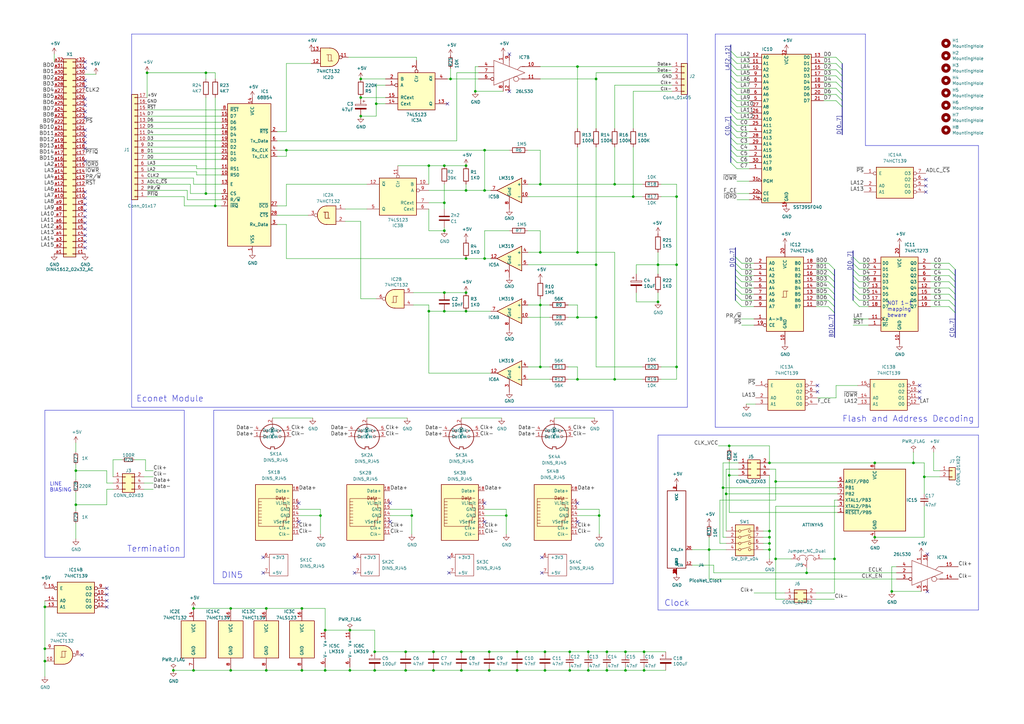
<source format=kicad_sch>
(kicad_sch (version 20230121) (generator eeschema)
  (paper "A3")
  (title_block (title "Combined Econet and Flash ROM Podule") (date "2022-07-18") (rev "03") (company "Ken Lowe"))
  (lib_symbols
    (symbol "74xx:74HC245" (pin_names (offset 1.016))
      (property "Reference" "U" (at -7.62 16.51 0))
      (property "Value" "74HC245" (at -7.62 -16.51 0))
      (symbol "74HC245_1_0"
        (pin input line (at -12.7 -10.16 0) (length 5.08) (name "A->B") (number "1"))
        (pin power_in line (at 0 -20.32 90) (length 5.08) (name "GND") (number "10"))
        (pin tri_state line (at 12.7 -5.08 180) (length 5.08) (name "B7") (number "11"))
        (pin tri_state line (at 12.7 -2.54 180) (length 5.08) (name "B6") (number "12"))
        (pin tri_state line (at 12.7 0 180) (length 5.08) (name "B5") (number "13"))
        (pin tri_state line (at 12.7 2.54 180) (length 5.08) (name "B4") (number "14"))
        (pin tri_state line (at 12.7 5.08 180) (length 5.08) (name "B3") (number "15"))
        (pin tri_state line (at 12.7 7.62 180) (length 5.08) (name "B2") (number "16"))
        (pin tri_state line (at 12.7 10.16 180) (length 5.08) (name "B1") (number "17"))
        (pin tri_state line (at 12.7 12.7 180) (length 5.08) (name "B0") (number "18"))
        (pin input inverted (at -12.7 -12.7 0) (length 5.08) (name "CE") (number "19"))
        (pin tri_state line (at -12.7 12.7 0) (length 5.08) (name "A0") (number "2"))
        (pin power_in line (at 0 20.32 270) (length 5.08) (name "VCC") (number "20"))
        (pin tri_state line (at -12.7 10.16 0) (length 5.08) (name "A1") (number "3"))
        (pin tri_state line (at -12.7 7.62 0) (length 5.08) (name "A2") (number "4"))
        (pin tri_state line (at -12.7 5.08 0) (length 5.08) (name "A3") (number "5"))
        (pin tri_state line (at -12.7 2.54 0) (length 5.08) (name "A4") (number "6"))
        (pin tri_state line (at -12.7 0 0) (length 5.08) (name "A5") (number "7"))
        (pin tri_state line (at -12.7 -2.54 0) (length 5.08) (name "A6") (number "8"))
        (pin tri_state line (at -12.7 -5.08 0) (length 5.08) (name "A7") (number "9"))
      )
    )
    (symbol "74xx:74HC273"
      (property "Reference" "U" (at -7.62 16.51 0))
      (property "Value" "74HC273" (at -7.62 -16.51 0))
      (symbol "74HC273_1_0"
        (pin input line (at -12.7 -12.7 0) (length 5.08) (name "~{Mr}") (number "1"))
        (pin power_in line (at 0 -20.32 90) (length 5.08) (name "GND") (number "10"))
        (pin input clock (at -12.7 -10.16 0) (length 5.08) (name "Cp") (number "11"))
        (pin output line (at 12.7 2.54 180) (length 5.08) (name "Q4") (number "12"))
        (pin input line (at -12.7 2.54 0) (length 5.08) (name "D4") (number "13"))
        (pin input line (at -12.7 0 0) (length 5.08) (name "D5") (number "14"))
        (pin output line (at 12.7 0 180) (length 5.08) (name "Q5") (number "15"))
        (pin output line (at 12.7 -2.54 180) (length 5.08) (name "Q6") (number "16"))
        (pin input line (at -12.7 -2.54 0) (length 5.08) (name "D6") (number "17"))
        (pin input line (at -12.7 -5.08 0) (length 5.08) (name "D7") (number "18"))
        (pin output line (at 12.7 -5.08 180) (length 5.08) (name "Q7") (number "19"))
        (pin output line (at 12.7 12.7 180) (length 5.08) (name "Q0") (number "2"))
        (pin power_in line (at 0 20.32 270) (length 5.08) (name "VCC") (number "20"))
        (pin input line (at -12.7 12.7 0) (length 5.08) (name "D0") (number "3"))
        (pin input line (at -12.7 10.16 0) (length 5.08) (name "D1") (number "4"))
        (pin output line (at 12.7 10.16 180) (length 5.08) (name "Q1") (number "5"))
        (pin output line (at 12.7 7.62 180) (length 5.08) (name "Q2") (number "6"))
        (pin input line (at -12.7 7.62 0) (length 5.08) (name "D2") (number "7"))
        (pin input line (at -12.7 5.08 0) (length 5.08) (name "D3") (number "8"))
        (pin output line (at 12.7 5.08 180) (length 5.08) (name "Q3") (number "9"))
      )
    )
    (symbol "74xx:74LS132" (pin_names (offset 1.016))
      (property "Reference" "U" (at 0 1.27 0))
      (property "Value" "74LS132" (at 0 -1.27 0))
      (symbol "74LS132_1_1"
        (pin input line (at -7.62 2.54 0) (length 3.81) (name "~") (number "1"))
        (pin input line (at -7.62 -2.54 0) (length 3.81) (name "~") (number "2"))
        (pin output inverted (at 7.62 0 180) (length 3.81) (name "~") (number "3"))
      )
      (symbol "74LS132_1_2"
        (pin input inverted (at -7.62 2.54 0) (length 4.318) (name "~") (number "1"))
        (pin input inverted (at -7.62 -2.54 0) (length 4.318) (name "~") (number "2"))
        (pin output line (at 7.62 0 180) (length 3.81) (name "~") (number "3"))
      )
      (symbol "74LS132_2_1"
        (pin input line (at -7.62 2.54 0) (length 3.81) (name "~") (number "4"))
        (pin input line (at -7.62 -2.54 0) (length 3.81) (name "~") (number "5"))
        (pin output inverted (at 7.62 0 180) (length 3.81) (name "~") (number "6"))
      )
      (symbol "74LS132_2_2"
        (pin input inverted (at -7.62 2.54 0) (length 4.318) (name "~") (number "4"))
        (pin input inverted (at -7.62 -2.54 0) (length 4.318) (name "~") (number "5"))
        (pin output line (at 7.62 0 180) (length 3.81) (name "~") (number "6"))
      )
      (symbol "74LS132_3_1"
        (pin input line (at -7.62 -2.54 0) (length 3.81) (name "~") (number "10"))
        (pin output inverted (at 7.62 0 180) (length 3.81) (name "~") (number "8"))
        (pin input line (at -7.62 2.54 0) (length 3.81) (name "~") (number "9"))
      )
      (symbol "74LS132_3_2"
        (pin input inverted (at -7.62 -2.54 0) (length 4.318) (name "~") (number "10"))
        (pin output line (at 7.62 0 180) (length 3.81) (name "~") (number "8"))
        (pin input inverted (at -7.62 2.54 0) (length 4.318) (name "~") (number "9"))
      )
      (symbol "74LS132_4_1"
        (pin output inverted (at 7.62 0 180) (length 3.81) (name "~") (number "11"))
        (pin input line (at -7.62 2.54 0) (length 3.81) (name "~") (number "12"))
        (pin input line (at -7.62 -2.54 0) (length 3.81) (name "~") (number "13"))
      )
      (symbol "74LS132_4_2"
        (pin output line (at 7.62 0 180) (length 3.81) (name "~") (number "11"))
        (pin input inverted (at -7.62 2.54 0) (length 4.318) (name "~") (number "12"))
        (pin input inverted (at -7.62 -2.54 0) (length 4.318) (name "~") (number "13"))
      )
      (symbol "74LS132_5_0"
        (pin power_in line (at 0 12.7 270) (length 5.08) (name "VCC") (number "14"))
        (pin power_in line (at 0 -12.7 90) (length 5.08) (name "GND") (number "7"))
      )
    )
    (symbol "74xx:74LS139" (pin_names (offset 1.016))
      (property "Reference" "U" (at -7.62 8.89 0))
      (property "Value" "74LS139" (at -7.62 -8.89 0))
      (symbol "74LS139_1_0"
        (pin input inverted (at -12.7 -5.08 0) (length 5.08) (name "E") (number "1"))
        (pin input line (at -12.7 0 0) (length 5.08) (name "A0") (number "2"))
        (pin input line (at -12.7 2.54 0) (length 5.08) (name "A1") (number "3"))
        (pin output inverted (at 12.7 2.54 180) (length 5.08) (name "O0") (number "4"))
        (pin output inverted (at 12.7 0 180) (length 5.08) (name "O1") (number "5"))
        (pin output inverted (at 12.7 -2.54 180) (length 5.08) (name "O2") (number "6"))
        (pin output inverted (at 12.7 -5.08 180) (length 5.08) (name "O3") (number "7"))
      )
      (symbol "74LS139_2_0"
        (pin output inverted (at 12.7 -2.54 180) (length 5.08) (name "O2") (number "10"))
        (pin output inverted (at 12.7 0 180) (length 5.08) (name "O1") (number "11"))
        (pin output inverted (at 12.7 2.54 180) (length 5.08) (name "O0") (number "12"))
        (pin input line (at -12.7 2.54 0) (length 5.08) (name "A1") (number "13"))
        (pin input line (at -12.7 0 0) (length 5.08) (name "A0") (number "14"))
        (pin input inverted (at -12.7 -5.08 0) (length 5.08) (name "E") (number "15"))
        (pin output inverted (at 12.7 -5.08 180) (length 5.08) (name "O3") (number "9"))
      )
      (symbol "74LS139_3_0"
        (pin power_in line (at 0 12.7 270) (length 5.08) (name "VCC") (number "16"))
        (pin power_in line (at 0 -12.7 90) (length 5.08) (name "GND") (number "8"))
      )
    )
    (symbol "Connector:DIN41612_02x32_AC" (pin_names (offset 1.016) hide)
      (property "Reference" "J" (at 1.27 40.64 0))
      (property "Value" "DIN41612_02x32_AC" (at 1.27 -43.18 0))
      (symbol "DIN41612_02x32_AC_1_1"
        (pin passive line (at -5.08 38.1 0) (length 3.81) (name "Pin_a1") (number "a1"))
        (pin passive line (at -5.08 15.24 0) (length 3.81) (name "Pin_a10") (number "a10"))
        (pin passive line (at -5.08 12.7 0) (length 3.81) (name "Pin_a11") (number "a11"))
        (pin passive line (at -5.08 10.16 0) (length 3.81) (name "Pin_a12") (number "a12"))
        (pin passive line (at -5.08 7.62 0) (length 3.81) (name "Pin_a13") (number "a13"))
        (pin passive line (at -5.08 5.08 0) (length 3.81) (name "Pin_a14") (number "a14"))
        (pin passive line (at -5.08 2.54 0) (length 3.81) (name "Pin_a15") (number "a15"))
        (pin passive line (at -5.08 0 0) (length 3.81) (name "Pin_a16") (number "a16"))
        (pin passive line (at -5.08 -2.54 0) (length 3.81) (name "Pin_a17") (number "a17"))
        (pin passive line (at -5.08 -5.08 0) (length 3.81) (name "Pin_a18") (number "a18"))
        (pin passive line (at -5.08 -7.62 0) (length 3.81) (name "Pin_a19") (number "a19"))
        (pin passive line (at -5.08 35.56 0) (length 3.81) (name "Pin_a2") (number "a2"))
        (pin passive line (at -5.08 -10.16 0) (length 3.81) (name "Pin_a20") (number "a20"))
        (pin passive line (at -5.08 -12.7 0) (length 3.81) (name "Pin_a21") (number "a21"))
        (pin passive line (at -5.08 -15.24 0) (length 3.81) (name "Pin_a22") (number "a22"))
        (pin passive line (at -5.08 -17.78 0) (length 3.81) (name "Pin_a23") (number "a23"))
        (pin passive line (at -5.08 -20.32 0) (length 3.81) (name "Pin_a24") (number "a24"))
        (pin passive line (at -5.08 -22.86 0) (length 3.81) (name "Pin_a25") (number "a25"))
        (pin passive line (at -5.08 -25.4 0) (length 3.81) (name "Pin_a26") (number "a26"))
        (pin passive line (at -5.08 -27.94 0) (length 3.81) (name "Pin_a27") (number "a27"))
        (pin passive line (at -5.08 -30.48 0) (length 3.81) (name "Pin_a28") (number "a28"))
        (pin passive line (at -5.08 -33.02 0) (length 3.81) (name "Pin_a29") (number "a29"))
        (pin passive line (at -5.08 33.02 0) (length 3.81) (name "Pin_a3") (number "a3"))
        (pin passive line (at -5.08 -35.56 0) (length 3.81) (name "Pin_a30") (number "a30"))
        (pin passive line (at -5.08 -38.1 0) (length 3.81) (name "Pin_a31") (number "a31"))
        (pin passive line (at -5.08 -40.64 0) (length 3.81) (name "Pin_a32") (number "a32"))
        (pin passive line (at -5.08 30.48 0) (length 3.81) (name "Pin_a4") (number "a4"))
        (pin passive line (at -5.08 27.94 0) (length 3.81) (name "Pin_a5") (number "a5"))
        (pin passive line (at -5.08 25.4 0) (length 3.81) (name "Pin_a6") (number "a6"))
        (pin passive line (at -5.08 22.86 0) (length 3.81) (name "Pin_a7") (number "a7"))
        (pin passive line (at -5.08 20.32 0) (length 3.81) (name "Pin_a8") (number "a8"))
        (pin passive line (at -5.08 17.78 0) (length 3.81) (name "Pin_a9") (number "a9"))
        (pin passive line (at 7.62 38.1 180) (length 3.81) (name "Pin_c1") (number "c1"))
        (pin passive line (at 7.62 15.24 180) (length 3.81) (name "Pin_c10") (number "c10"))
        (pin passive line (at 7.62 12.7 180) (length 3.81) (name "Pin_c11") (number "c11"))
        (pin passive line (at 7.62 10.16 180) (length 3.81) (name "Pin_c12") (number "c12"))
        (pin passive line (at 7.62 7.62 180) (length 3.81) (name "Pin_c13") (number "c13"))
        (pin passive line (at 7.62 5.08 180) (length 3.81) (name "Pin_c14") (number "c14"))
        (pin passive line (at 7.62 2.54 180) (length 3.81) (name "Pin_c15") (number "c15"))
        (pin passive line (at 7.62 0 180) (length 3.81) (name "Pin_c16") (number "c16"))
        (pin passive line (at 7.62 -2.54 180) (length 3.81) (name "Pin_c17") (number "c17"))
        (pin passive line (at 7.62 -5.08 180) (length 3.81) (name "Pin_c18") (number "c18"))
        (pin passive line (at 7.62 -7.62 180) (length 3.81) (name "Pin_c19") (number "c19"))
        (pin passive line (at 7.62 35.56 180) (length 3.81) (name "Pin_c2") (number "c2"))
        (pin passive line (at 7.62 -10.16 180) (length 3.81) (name "Pin_c20") (number "c20"))
        (pin passive line (at 7.62 -12.7 180) (length 3.81) (name "Pin_c21") (number "c21"))
        (pin passive line (at 7.62 -15.24 180) (length 3.81) (name "Pin_c22") (number "c22"))
        (pin passive line (at 7.62 -17.78 180) (length 3.81) (name "Pin_c23") (number "c23"))
        (pin passive line (at 7.62 -20.32 180) (length 3.81) (name "Pin_c24") (number "c24"))
        (pin passive line (at 7.62 -22.86 180) (length 3.81) (name "Pin_c25") (number "c25"))
        (pin passive line (at 7.62 -25.4 180) (length 3.81) (name "Pin_c26") (number "c26"))
        (pin passive line (at 7.62 -27.94 180) (length 3.81) (name "Pin_c27") (number "c27"))
        (pin passive line (at 7.62 -30.48 180) (length 3.81) (name "Pin_c28") (number "c28"))
        (pin passive line (at 7.62 -33.02 180) (length 3.81) (name "Pin_c29") (number "c29"))
        (pin passive line (at 7.62 33.02 180) (length 3.81) (name "Pin_c3") (number "c3"))
        (pin passive line (at 7.62 -35.56 180) (length 3.81) (name "Pin_c30") (number "c30"))
        (pin passive line (at 7.62 -38.1 180) (length 3.81) (name "Pin_c31") (number "c31"))
        (pin passive line (at 7.62 -40.64 180) (length 3.81) (name "Pin_c32") (number "c32"))
        (pin passive line (at 7.62 30.48 180) (length 3.81) (name "Pin_c4") (number "c4"))
        (pin passive line (at 7.62 27.94 180) (length 3.81) (name "Pin_c5") (number "c5"))
        (pin passive line (at 7.62 25.4 180) (length 3.81) (name "Pin_c6") (number "c6"))
        (pin passive line (at 7.62 22.86 180) (length 3.81) (name "Pin_c7") (number "c7"))
        (pin passive line (at 7.62 20.32 180) (length 3.81) (name "Pin_c8") (number "c8"))
        (pin passive line (at 7.62 17.78 180) (length 3.81) (name "Pin_c9") (number "c9"))
      )
    )
    (symbol "Connector_Generic:Conn_01x02" (pin_names (offset 1.016) hide)
      (property "Reference" "J" (at 0 2.54 0))
      (property "Value" "Conn_01x02" (at 0 -5.08 0))
      (symbol "Conn_01x02_1_1"
        (pin passive line (at -5.08 0 0) (length 3.81) (name "Pin_1") (number "1"))
        (pin passive line (at -5.08 -2.54 0) (length 3.81) (name "Pin_2") (number "2"))
      )
    )
    (symbol "Connector_Generic:Conn_01x05" (pin_names (offset 1.016) hide)
      (property "Reference" "J" (at 0 7.62 0))
      (property "Value" "Conn_01x05" (at 0 -7.62 0))
      (symbol "Conn_01x05_1_1"
        (pin passive line (at -5.08 5.08 0) (length 3.81) (name "Pin_1") (number "1"))
        (pin passive line (at -5.08 2.54 0) (length 3.81) (name "Pin_2") (number "2"))
        (pin passive line (at -5.08 0 0) (length 3.81) (name "Pin_3") (number "3"))
        (pin passive line (at -5.08 -2.54 0) (length 3.81) (name "Pin_4") (number "4"))
        (pin passive line (at -5.08 -5.08 0) (length 3.81) (name "Pin_5") (number "5"))
      )
    )
    (symbol "Connector_Generic:Conn_01x17" (pin_names (offset 1.016) hide)
      (property "Reference" "J" (at 0 22.86 0))
      (property "Value" "Conn_01x17" (at 0 -22.86 0))
      (symbol "Conn_01x17_1_1"
        (pin passive line (at -5.08 20.32 0) (length 3.81) (name "Pin_1") (number "1"))
        (pin passive line (at -5.08 -2.54 0) (length 3.81) (name "Pin_10") (number "10"))
        (pin passive line (at -5.08 -5.08 0) (length 3.81) (name "Pin_11") (number "11"))
        (pin passive line (at -5.08 -7.62 0) (length 3.81) (name "Pin_12") (number "12"))
        (pin passive line (at -5.08 -10.16 0) (length 3.81) (name "Pin_13") (number "13"))
        (pin passive line (at -5.08 -12.7 0) (length 3.81) (name "Pin_14") (number "14"))
        (pin passive line (at -5.08 -15.24 0) (length 3.81) (name "Pin_15") (number "15"))
        (pin passive line (at -5.08 -17.78 0) (length 3.81) (name "Pin_16") (number "16"))
        (pin passive line (at -5.08 -20.32 0) (length 3.81) (name "Pin_17") (number "17"))
        (pin passive line (at -5.08 17.78 0) (length 3.81) (name "Pin_2") (number "2"))
        (pin passive line (at -5.08 15.24 0) (length 3.81) (name "Pin_3") (number "3"))
        (pin passive line (at -5.08 12.7 0) (length 3.81) (name "Pin_4") (number "4"))
        (pin passive line (at -5.08 10.16 0) (length 3.81) (name "Pin_5") (number "5"))
        (pin passive line (at -5.08 7.62 0) (length 3.81) (name "Pin_6") (number "6"))
        (pin passive line (at -5.08 5.08 0) (length 3.81) (name "Pin_7") (number "7"))
        (pin passive line (at -5.08 2.54 0) (length 3.81) (name "Pin_8") (number "8"))
        (pin passive line (at -5.08 0 0) (length 3.81) (name "Pin_9") (number "9"))
      )
    )
    (symbol "Connector_Generic:Conn_02x02_Odd_Even" (pin_names (offset 1.016) hide)
      (property "Reference" "J" (at 1.27 2.54 0))
      (property "Value" "Conn_02x02_Odd_Even" (at 1.27 -5.08 0))
      (symbol "Conn_02x02_Odd_Even_1_1"
        (pin passive line (at -5.08 0 0) (length 3.81) (name "Pin_1") (number "1"))
        (pin passive line (at 7.62 0 180) (length 3.81) (name "Pin_2") (number "2"))
        (pin passive line (at -5.08 -2.54 0) (length 3.81) (name "Pin_3") (number "3"))
        (pin passive line (at 7.62 -2.54 180) (length 3.81) (name "Pin_4") (number "4"))
      )
    )
    (symbol "Connector_Generic:Conn_02x03_Odd_Even" (pin_names (offset 1.016) hide)
      (property "Reference" "J" (at 1.27 5.08 0))
      (property "Value" "Conn_02x03_Odd_Even" (at 1.27 -5.08 0))
      (symbol "Conn_02x03_Odd_Even_1_1"
        (pin passive line (at -5.08 2.54 0) (length 3.81) (name "Pin_1") (number "1"))
        (pin passive line (at 7.62 2.54 180) (length 3.81) (name "Pin_2") (number "2"))
        (pin passive line (at -5.08 0 0) (length 3.81) (name "Pin_3") (number "3"))
        (pin passive line (at 7.62 0 180) (length 3.81) (name "Pin_4") (number "4"))
        (pin passive line (at -5.08 -2.54 0) (length 3.81) (name "Pin_5") (number "5"))
        (pin passive line (at 7.62 -2.54 180) (length 3.81) (name "Pin_6") (number "6"))
      )
    )
    (symbol "DIN5_RJ45_3" (pin_names (offset 1.016))
      (property "Reference" "J" (at 3.175 5.715 0))
      (property "Value" "DIN5_RJ45_3" (at -1.27 -0.762 0))
      (symbol "DIN5_RJ45_3_1_1"
        (pin passive line (at -7.62 0 0) (length 2.54) (name "Data+") (number "1"))
        (pin passive line (at 0 7.62 270) (length 2.54) (name "GND") (number "2"))
        (pin passive line (at 7.62 0 180) (length 2.54) (name "Clk-") (number "3"))
        (pin passive line (at -7.62 2.54 0) (length 2.54) (name "Data-") (number "4"))
        (pin passive line (at 7.62 2.54 180) (length 2.54) (name "Clk+") (number "5"))
      )
      (symbol "DIN5_RJ45_3_2_0"
        (text "Data-" (at 7.874 4.572 0) (effects (font (size 1.27 1.27)) (justify right bottom)))
      )
      (symbol "DIN5_RJ45_3_2_1"
        (pin passive line (at 11.43 -9.525 180) (length 2.54) (name "Clk-") (number "11"))
        (pin passive line (at 11.43 -6.985 180) (length 2.54) (name "Clk+") (number "12"))
        (pin passive line (at 11.43 -4.445 180) (length 2.54) (name "VSense") (number "13"))
        (pin passive line (at 11.43 -1.905 180) (length 2.54) (name "GND") (number "14"))
        (pin passive line (at 11.43 0.635 180) (length 2.54) (name "GND") (number "15"))
        (pin passive line (at 11.43 3.175 180) (length 2.54) (name "VLimit") (number "16"))
        (pin passive line (at 11.43 8.255 180) (length 2.54) (name "Data+") (number "18"))
      )
      (symbol "DIN5_RJ45_3_3_1"
        (pin power_in line (at -6.35 3.81 0) (length 2.54) (name "+3V3") (number "6"))
        (pin power_in line (at -6.35 -2.54 0) (length 2.54) (name "+5V") (number "7"))
      )
    )
    (symbol "Device:C" (pin_numbers hide) (pin_names (offset 0.254))
      (property "Reference" "C" (at 0.635 2.54 0))
      (property "Value" "C" (at 0.635 -2.54 0))
      (symbol "C_1_1"
        (pin passive line (at 0 3.81 270) (length 2.794) (name "~") (number "1"))
        (pin passive line (at 0 -3.81 90) (length 2.794) (name "~") (number "2"))
      )
    )
    (symbol "Device:C_Polarized" (pin_numbers hide) (pin_names (offset 0.254))
      (property "Reference" "C" (at 0.635 2.54 0))
      (property "Value" "C_Polarized" (at 0.635 -2.54 0))
      (symbol "C_Polarized_1_1"
        (pin passive line (at 0 3.81 270) (length 2.794) (name "~") (number "1"))
        (pin passive line (at 0 -3.81 90) (length 2.794) (name "~") (number "2"))
      )
    )
    (symbol "Device:C_Small" (pin_numbers hide) (pin_names (offset 0.254) hide)
      (property "Reference" "C" (at 0.254 1.778 0))
      (property "Value" "C_Small" (at 0.254 -2.032 0))
      (symbol "C_Small_1_1"
        (pin passive line (at 0 2.54 270) (length 2.032) (name "~") (number "1"))
        (pin passive line (at 0 -2.54 90) (length 2.032) (name "~") (number "2"))
      )
    )
    (symbol "Device:R" (pin_numbers hide) (pin_names (offset 0))
      (property "Reference" "R" (at 2.032 0 90))
      (property "Value" "R" (at 0 0 90))
      (symbol "R_1_1"
        (pin passive line (at 0 3.81 270) (length 1.27) (name "~") (number "1"))
        (pin passive line (at 0 -3.81 90) (length 1.27) (name "~") (number "2"))
      )
    )
    (symbol "Device:R_Small" (pin_numbers hide) (pin_names (offset 0.254) hide)
      (property "Reference" "R" (at 0.762 0.508 0))
      (property "Value" "R_Small" (at 0.762 -1.016 0))
      (symbol "R_Small_1_1"
        (pin passive line (at 0 2.54 270) (length 0.762) (name "~") (number "1"))
        (pin passive line (at 0 -2.54 90) (length 0.762) (name "~") (number "2"))
      )
    )
    (symbol "EconetPodule:74LS123" (pin_names (offset 1.016))
      (property "Reference" "U" (at -7.62 8.89 0))
      (property "Value" "74LS123" (at -7.62 -8.89 0))
      (symbol "74LS123_1_0"
        (pin input inverted (at -12.7 -2.54 0) (length 5.08) (name "A") (number "1"))
        (pin output line (at 12.7 5.08 180) (length 5.08) (name "Q") (number "13"))
        (pin input line (at -12.7 5.08 0) (length 5.08) (name "Cext") (number "14"))
        (pin input line (at -12.7 2.54 0) (length 5.08) (name "RCext") (number "15"))
        (pin input line (at -12.7 -5.08 0) (length 5.08) (name "B") (number "2"))
        (pin input inverted (at 0 -12.7 90) (length 5.08) (name "Clr") (number "3"))
        (pin output line (at 12.7 -5.08 180) (length 5.08) (name "~{Q}") (number "4"))
      )
      (symbol "74LS123_2_0"
        (pin input line (at -12.7 -5.08 0) (length 5.08) (name "B") (number "10"))
        (pin input inverted (at 0 -12.7 90) (length 5.08) (name "Clr") (number "11"))
        (pin output line (at 12.7 -5.08 180) (length 5.08) (name "~{Q}") (number "12"))
        (pin output line (at 12.7 5.08 180) (length 5.08) (name "Q") (number "5"))
        (pin input line (at -12.7 5.08 0) (length 5.08) (name "Cext") (number "6"))
        (pin input line (at -12.7 2.54 0) (length 5.08) (name "RCext") (number "7"))
        (pin input inverted (at -12.7 -2.54 0) (length 5.08) (name "A") (number "9"))
      )
      (symbol "74LS123_3_0"
        (pin power_in line (at 0 12.7 270) (length 5.08) (name "VCC") (number "16"))
        (pin power_in line (at 0 -12.7 90) (length 5.08) (name "GND") (number "8"))
      )
    )
    (symbol "EconetPodule:74LS132" (pin_names (offset 1.016))
      (property "Reference" "U" (at 0 1.27 0))
      (property "Value" "74LS132" (at 0 -1.27 0))
      (symbol "74LS132_1_1"
        (pin input line (at -7.62 2.54 0) (length 3.81) (name "~") (number "1"))
        (pin input line (at -7.62 -2.54 0) (length 3.81) (name "~") (number "2"))
        (pin output inverted (at 7.62 0 180) (length 3.81) (name "~") (number "3"))
      )
      (symbol "74LS132_1_2"
        (pin input inverted (at -7.62 2.54 0) (length 4.318) (name "~") (number "1"))
        (pin input inverted (at -7.62 -2.54 0) (length 4.318) (name "~") (number "2"))
        (pin output line (at 7.62 0 180) (length 3.81) (name "~") (number "3"))
      )
      (symbol "74LS132_2_1"
        (pin input line (at -7.62 2.54 0) (length 3.81) (name "~") (number "4"))
        (pin input line (at -7.62 -2.54 0) (length 3.81) (name "~") (number "5"))
        (pin output inverted (at 7.62 0 180) (length 3.81) (name "~") (number "6"))
      )
      (symbol "74LS132_2_2"
        (pin input inverted (at -7.62 2.54 0) (length 4.318) (name "~") (number "4"))
        (pin input inverted (at -7.62 -2.54 0) (length 4.318) (name "~") (number "5"))
        (pin output line (at 7.62 0 180) (length 3.81) (name "~") (number "6"))
      )
      (symbol "74LS132_3_1"
        (pin input line (at -7.62 -2.54 0) (length 3.81) (name "~") (number "10"))
        (pin output inverted (at 7.62 0 180) (length 3.81) (name "~") (number "8"))
        (pin input line (at -7.62 2.54 0) (length 3.81) (name "~") (number "9"))
      )
      (symbol "74LS132_3_2"
        (pin input inverted (at -7.62 -2.54 0) (length 4.318) (name "~") (number "10"))
        (pin output line (at 7.62 0 180) (length 3.81) (name "~") (number "8"))
        (pin input inverted (at -7.62 2.54 0) (length 4.318) (name "~") (number "9"))
      )
      (symbol "74LS132_4_1"
        (pin output inverted (at 7.62 0 180) (length 3.81) (name "~") (number "11"))
        (pin input line (at -7.62 2.54 0) (length 3.81) (name "~") (number "12"))
        (pin input line (at -7.62 -2.54 0) (length 3.81) (name "~") (number "13"))
      )
      (symbol "74LS132_4_2"
        (pin output line (at 7.62 0 180) (length 3.81) (name "~") (number "11"))
        (pin input inverted (at -7.62 2.54 0) (length 4.318) (name "~") (number "12"))
        (pin input inverted (at -7.62 -2.54 0) (length 4.318) (name "~") (number "13"))
      )
      (symbol "74LS132_5_0"
        (pin power_in line (at 0 12.7 270) (length 5.08) (name "VCC") (number "14"))
        (pin power_in line (at 0 -12.7 90) (length 5.08) (name "GND") (number "7"))
      )
    )
    (symbol "EconetPodule:DIN5_RJ45" (pin_names (offset 1.016))
      (property "Reference" "J" (at 3.175 5.715 0))
      (property "Value" "DIN5_RJ45" (at -1.27 -0.762 0))
      (symbol "DIN5_RJ45_1_1"
        (pin passive line (at -7.62 0 0) (length 2.54) (name "Data+") (number "1"))
        (pin passive line (at 0 7.62 270) (length 2.54) (name "GND") (number "2"))
        (pin passive line (at 7.62 0 180) (length 2.54) (name "Clk-") (number "3"))
        (pin passive line (at -7.62 2.54 0) (length 2.54) (name "Data-") (number "4"))
        (pin passive line (at 7.62 2.54 180) (length 2.54) (name "Clk+") (number "5"))
      )
      (symbol "DIN5_RJ45_2_0"
        (text "Data-" (at 7.874 4.572 0) (effects (font (size 1.27 1.27)) (justify right bottom)))
      )
      (symbol "DIN5_RJ45_2_1"
        (pin passive line (at 11.43 -9.525 180) (length 2.54) (name "Clk-") (number "11"))
        (pin passive line (at 11.43 -6.985 180) (length 2.54) (name "Clk+") (number "12"))
        (pin passive line (at 11.43 -4.445 180) (length 2.54) (name "VSense") (number "13"))
        (pin passive line (at 11.43 -1.905 180) (length 2.54) (name "GND") (number "14"))
        (pin passive line (at 11.43 0.635 180) (length 2.54) (name "GND") (number "15"))
        (pin passive line (at 11.43 3.175 180) (length 2.54) (name "VLimit") (number "16"))
        (pin passive line (at 11.43 8.255 180) (length 2.54) (name "Data+") (number "18"))
      )
      (symbol "DIN5_RJ45_3_1"
        (pin power_in line (at -6.35 3.81 0) (length 2.54) (name "+3V3") (number "6"))
        (pin power_in line (at -6.35 -2.54 0) (length 2.54) (name "+5V") (number "7"))
      )
    )
    (symbol "EconetPodule:LM319" (pin_names (offset 0.127))
      (property "Reference" "U" (at 0 6.35 0))
      (property "Value" "LM319" (at 0 3.81 0))
      (symbol "LM319_1_1"
        (pin no_connect line (at 0 -2.54 90) (length 2.54) hide (name "NC") (number "1"))
        (pin open_collector line (at 7.62 0 180) (length 2.54) (name "~") (number "12"))
        (pin no_connect line (at 0 2.54 270) (length 2.54) hide (name "NC") (number "2"))
        (pin passive line (at 0 -7.62 90) (length 5.08) (name "Gnd") (number "3"))
        (pin input line (at -7.62 2.54 0) (length 2.54) (name "+") (number "4"))
        (pin input line (at -7.62 -2.54 0) (length 2.54) (name "-") (number "5"))
      )
      (symbol "LM319_2_1"
        (pin input line (at -7.62 -2.54 0) (length 2.54) (name "-") (number "10"))
        (pin no_connect line (at 0 -2.54 90) (length 2.54) hide (name "NC") (number "13"))
        (pin no_connect line (at 0 2.54 270) (length 2.54) hide (name "NC") (number "14"))
        (pin open_collector line (at 7.62 0 180) (length 2.54) (name "~") (number "7"))
        (pin passive line (at 0 -7.62 90) (length 5.08) (name "Gnd") (number "8"))
        (pin input line (at -7.62 2.54 0) (length 2.54) (name "+") (number "9"))
      )
      (symbol "LM319_3_1"
        (pin power_in line (at -2.54 7.62 270) (length 3.81) (name "V+") (number "11"))
        (pin power_in line (at -2.54 -7.62 90) (length 3.81) (name "V-") (number "6"))
      )
    )
    (symbol "EconetPodule:MC26LS30" (pin_names (offset 1.016) hide)
      (property "Reference" "U" (at -6.35 7.62 0))
      (property "Value" "MC26LS30" (at 5.08 6.35 0))
      (symbol "MC26LS30_0_1"
        (pin power_in line (at -2.54 7.62 270) (length 3.81) (name "VCC") (number "1"))
        (pin input line (at -12.7 2.54 0) (length 6.35) (name "Mode") (number "4"))
      )
      (symbol "MC26LS30_1_1"
        (pin passive line (at 0 -7.62 90) (length 2.54) (name "SR") (number "13"))
        (pin tri_state line (at 12.7 -2.54 180) (length 7.62) (name "OUT-") (number "14"))
        (pin tri_state line (at 12.7 2.54 180) (length 7.62) (name "OUT+") (number "15"))
        (pin passive line (at 0 7.62 270) (length 2.54) (name "SR") (number "16"))
        (pin input line (at -12.7 0 0) (length 6.35) (name "Enable") (number "2"))
        (pin input inverted (at -12.7 -2.54 0) (length 6.35) (name "~") (number "3"))
        (pin power_in line (at -2.54 -7.62 90) (length 3.81) (name "GND") (number "5"))
      )
      (symbol "MC26LS30_2_1"
        (pin tri_state line (at 12.7 2.54 180) (length 7.62) (name "OUT+") (number "10"))
        (pin tri_state line (at 12.7 -2.54 180) (length 7.62) (name "OUT-") (number "11"))
        (pin passive line (at 0 -7.62 90) (length 2.54) (name "SR") (number "12"))
        (pin input inverted (at -12.7 -2.54 0) (length 6.35) (name "~") (number "6"))
        (pin input line (at -12.7 0 0) (length 6.35) (name "Enable") (number "7"))
        (pin power_in line (at -2.54 -7.62 90) (length 3.81) (name "GND") (number "8"))
        (pin passive line (at 0 7.62 270) (length 2.54) (name "SR") (number "9"))
      )
    )
    (symbol "EconetPodule:MC6854" (pin_names (offset 1.016))
      (property "Reference" "U" (at -7.366 31.75 0))
      (property "Value" "MC6854" (at 10.414 31.75 0))
      (symbol "MC6854_1_1"
        (pin power_in line (at 0 -30.48 90) (length 2.54) (name "VSS") (number "1"))
        (pin input line (at -12.7 1.27 0) (length 2.54) (name "RS0") (number "10"))
        (pin input line (at -12.7 3.81 0) (length 2.54) (name "RS1") (number "11"))
        (pin input line (at -12.7 -8.89 0) (length 2.54) (name "R/~{W}") (number "12"))
        (pin input line (at -12.7 -2.54 0) (length 2.54) (name "E") (number "13"))
        (pin power_in line (at 0 33.02 270) (length 2.54) (name "VCC") (number "14"))
        (pin bidirectional line (at -12.7 25.4 0) (length 2.54) (name "D7") (number "15"))
        (pin bidirectional line (at -12.7 22.86 0) (length 2.54) (name "D6") (number "16"))
        (pin bidirectional line (at -12.7 20.32 0) (length 2.54) (name "D5") (number "17"))
        (pin bidirectional line (at -12.7 17.78 0) (length 2.54) (name "D4") (number "18"))
        (pin bidirectional line (at -12.7 15.24 0) (length 2.54) (name "D3") (number "19"))
        (pin output line (at 10.16 19.05 180) (length 2.54) (name "~{RTS}") (number "2"))
        (pin bidirectional line (at -12.7 12.7 0) (length 2.54) (name "D2") (number "20"))
        (pin bidirectional line (at -12.7 10.16 0) (length 2.54) (name "D1") (number "21"))
        (pin bidirectional line (at -12.7 7.62 0) (length 2.54) (name "D0") (number "22"))
        (pin no_connect line (at -12.7 -15.24 0) (length 2.54) hide (name "N/C") (number "23"))
        (pin no_connect line (at -12.7 -17.78 0) (length 2.54) hide (name "N/C") (number "24"))
        (pin no_connect line (at -12.7 -20.32 0) (length 2.54) hide (name "N/C") (number "25"))
        (pin no_connect line (at -12.7 -22.86 0) (length 2.54) hide (name "N/C") (number "26"))
        (pin input line (at 10.16 -11.43 180) (length 2.54) (name "~{DCD}") (number "27"))
        (pin input line (at 10.16 -15.24 180) (length 2.54) (name "~{CTS}") (number "28"))
        (pin input line (at 10.16 -19.05 180) (length 2.54) (name "Rx_Data") (number "3"))
        (pin input line (at 10.16 11.43 180) (length 2.54) (name "Rx_CLK") (number "4"))
        (pin input line (at 10.16 8.89 180) (length 2.54) (name "Tx_CLK") (number "5"))
        (pin output line (at 10.16 15.24 180) (length 2.54) (name "Tx_Data") (number "6"))
        (pin output line (at -12.7 -11.43 0) (length 2.54) (name "~{IRQ}") (number "7"))
        (pin input line (at -12.7 27.94 0) (length 2.54) (name "~{RST}") (number "8"))
        (pin input line (at -12.7 -6.35 0) (length 2.54) (name "CS") (number "9"))
      )
    )
    (symbol "EconetPodule:PicoNet_Clock" (pin_names (offset 1.016))
      (property "Reference" "U" (at -6.985 33.02 0))
      (property "Value" "PicoNet_Clock" (at -3.81 0 0))
      (symbol "PicoNet_Clock_0_0"
        (pin power_in line (at -3.81 -2.54 90) (length 2.54) (name "GND") (number "14"))
        (pin output line (at 2.54 7.62 180) (length 2.54) (name "Clk_En") (number "20"))
        (pin power_in line (at -3.81 -2.54 90) (length 2.54) (name "GND") (number "25"))
        (pin power_in line (at -3.81 -2.54 90) (length 2.54) (name "GND") (number "30"))
        (pin power_in line (at -3.81 -2.54 90) (length 2.54) (name "GND") (number "34"))
        (pin power_in line (at -3.81 -2.54 90) (length 2.54) (name "GND") (number "39"))
        (pin power_in line (at -3.81 -2.54 90) (length 2.54) (name "GND") (number "9"))
      )
      (symbol "PicoNet_Clock_0_1"
        (pin output line (at 2.54 1.27 180) (length 2.54) (name "Clk") (number "12"))
      )
      (symbol "PicoNet_Clock_1_0"
        (pin no_connect non_logic (at -7.62 22.86 0) (length 0) hide (name "N/C") (number "26"))
        (pin no_connect non_logic (at 0 20.32 180) (length 0) hide (name "N/C") (number "8"))
      )
      (symbol "PicoNet_Clock_1_1"
        (pin no_connect non_logic (at 0 19.05 180) (length 0) hide (name "N/C") (number "1"))
        (pin no_connect non_logic (at -7.62 21.59 0) (length 0) hide (name "N/C") (number "10"))
        (pin no_connect non_logic (at -7.62 20.32 0) (length 0) hide (name "N/C") (number "11"))
        (pin no_connect non_logic (at -7.62 19.05 0) (length 0) hide (name "N/C") (number "13"))
        (pin no_connect non_logic (at -7.62 17.78 0) (length 0) hide (name "N/C") (number "15"))
        (pin no_connect non_logic (at -7.62 16.51 0) (length 0) hide (name "N/C") (number "16"))
        (pin no_connect non_logic (at -7.62 15.24 0) (length 0) hide (name "N/C") (number "17"))
        (pin no_connect non_logic (at -7.62 13.97 0) (length 0) hide (name "N/C") (number "18"))
        (pin no_connect non_logic (at -7.62 12.7 0) (length 0) hide (name "N/C") (number "19"))
        (pin power_in line (at -3.81 34.29 270) (length 2.54) (name "VCC") (number "2"))
        (pin no_connect non_logic (at -7.62 11.43 0) (length 0) hide (name "N/C") (number "21"))
        (pin no_connect non_logic (at -7.62 10.16 0) (length 0) hide (name "N/C") (number "22"))
        (pin no_connect non_logic (at 0 15.24 180) (length 0) hide (name "N/C") (number "23"))
        (pin no_connect non_logic (at 0 13.97 180) (length 0) hide (name "N/C") (number "24"))
        (pin no_connect non_logic (at 0 12.7 180) (length 0) hide (name "N/C") (number "27"))
        (pin no_connect non_logic (at 0 11.43 180) (length 0) hide (name "N/C") (number "28"))
        (pin no_connect non_logic (at 0 10.16 180) (length 0) hide (name "N/C") (number "29"))
        (pin no_connect non_logic (at 0 17.78 180) (length 0) hide (name "N/C") (number "3"))
        (pin no_connect non_logic (at -7.62 26.67 0) (length 0) hide (name "N/C") (number "31"))
        (pin no_connect non_logic (at -7.62 25.4 0) (length 0) hide (name "N/C") (number "32"))
        (pin no_connect non_logic (at -7.62 24.13 0) (length 0) hide (name "N/C") (number "33"))
        (pin no_connect non_logic (at 0 26.67 180) (length 0) hide (name "N/C") (number "35"))
        (pin no_connect non_logic (at 0 25.4 180) (length 0) hide (name "N/C") (number "36"))
        (pin no_connect non_logic (at 0 24.13 180) (length 0) hide (name "N/C") (number "37"))
        (pin no_connect non_logic (at 0 22.86 180) (length 0) hide (name "N/C") (number "38"))
        (pin power_in line (at -3.81 34.29 270) (length 2.54) (name "VCC") (number "4"))
        (pin no_connect non_logic (at 0 21.59 180) (length 0) hide (name "N/C") (number "40"))
        (pin no_connect non_logic (at 0 16.51 180) (length 0) hide (name "N/C") (number "5"))
        (pin power_in line (at -3.81 -2.54 90) (length 2.54) (name "GND") (number "6"))
        (pin no_connect non_logic (at -7.62 8.89 0) (length 0) hide (name "N/C") (number "7"))
      )
    )
    (symbol "EconetPodule:SST39SF040"
      (property "Reference" "IC10" (at -7.874 33.782 0))
      (property "Value" "SST39SF040" (at 8.636 -30.988 0))
      (symbol "SST39SF040_0_0"
        (pin power_in line (at 0 -30.48 90) (length 1.27) (name "GND") (number "16"))
        (pin power_in line (at 0 33.02 270) (length 1.27) (name "VCC") (number "32"))
      )
      (symbol "SST39SF040_1_1"
        (pin input line (at -15.24 -15.24 0) (length 5.08) (name "A18") (number "1"))
        (pin input line (at -15.24 25.4 0) (length 5.08) (name "A2") (number "10"))
        (pin input line (at -15.24 27.94 0) (length 5.08) (name "A1") (number "11"))
        (pin input line (at -15.24 30.48 0) (length 5.08) (name "A0") (number "12"))
        (pin tri_state line (at 15.24 30.48 180) (length 5.08) (name "D0") (number "13"))
        (pin tri_state line (at 15.24 27.94 180) (length 5.08) (name "D1") (number "14"))
        (pin tri_state line (at 15.24 25.4 180) (length 5.08) (name "D2") (number "15"))
        (pin tri_state line (at 15.24 22.86 180) (length 5.08) (name "D3") (number "17"))
        (pin tri_state line (at 15.24 20.32 180) (length 5.08) (name "D4") (number "18"))
        (pin tri_state line (at 15.24 17.78 180) (length 5.08) (name "D5") (number "19"))
        (pin input line (at -15.24 -10.16 0) (length 5.08) (name "A16") (number "2"))
        (pin tri_state line (at 15.24 15.24 180) (length 5.08) (name "D6") (number "20"))
        (pin tri_state line (at 15.24 12.7 180) (length 5.08) (name "D7") (number "21"))
        (pin input input_low (at -15.24 -25.4 0) (length 5.08) (name "CE") (number "22"))
        (pin input line (at -15.24 5.08 0) (length 5.08) (name "A10") (number "23"))
        (pin input input_low (at -15.24 -27.94 0) (length 5.08) (name "OE") (number "24"))
        (pin input line (at -15.24 2.54 0) (length 5.08) (name "A11") (number "25"))
        (pin input line (at -15.24 7.62 0) (length 5.08) (name "A9") (number "26"))
        (pin input line (at -15.24 10.16 0) (length 5.08) (name "A8") (number "27"))
        (pin input line (at -15.24 -2.54 0) (length 5.08) (name "A13") (number "28"))
        (pin input line (at -15.24 -5.08 0) (length 5.08) (name "A14") (number "29"))
        (pin input line (at -15.24 -7.62 0) (length 5.08) (name "A15") (number "3"))
        (pin input line (at -15.24 -12.7 0) (length 5.08) (name "A17") (number "30"))
        (pin input input_low (at -15.24 -20.32 0) (length 5.08) (name "PGM") (number "31"))
        (pin input line (at -15.24 0 0) (length 5.08) (name "A12") (number "4"))
        (pin input line (at -15.24 12.7 0) (length 5.08) (name "A7") (number "5"))
        (pin input line (at -15.24 15.24 0) (length 5.08) (name "A6") (number "6"))
        (pin input line (at -15.24 17.78 0) (length 5.08) (name "A5") (number "7"))
        (pin input line (at -15.24 20.32 0) (length 5.08) (name "A4") (number "8"))
        (pin input line (at -15.24 22.86 0) (length 5.08) (name "A3") (number "9"))
      )
    )
    (symbol "Jumper:Jumper_3_Open" (pin_names (offset 0) hide)
      (property "Reference" "JP" (at -2.54 -2.54 0))
      (property "Value" "Jumper_3_Open" (at 0 2.794 0))
      (symbol "Jumper_3_Open_1_1"
        (pin passive line (at -6.35 0 0) (length 2.54) (name "A") (number "1"))
        (pin passive line (at 0 -3.81 90) (length 2.54) (name "C") (number "2"))
        (pin passive line (at 6.35 0 180) (length 2.54) (name "B") (number "3"))
      )
    )
    (symbol "MC26LS30_1" (pin_names (offset 1.016) hide)
      (property "Reference" "U" (at -6.35 7.62 0))
      (property "Value" "MC26LS30_1" (at 5.08 6.35 0))
      (symbol "MC26LS30_1_0_1"
        (pin power_in line (at -2.54 7.62 270) (length 3.81) (name "VCC") (number "1"))
        (pin input line (at -12.7 2.54 0) (length 6.35) (name "Mode") (number "4"))
      )
      (symbol "MC26LS30_1_1_1"
        (pin passive line (at 0 -7.62 90) (length 2.54) (name "SR") (number "13"))
        (pin tri_state line (at 12.7 -2.54 180) (length 7.62) (name "OUT-") (number "14"))
        (pin tri_state line (at 12.7 2.54 180) (length 7.62) (name "OUT+") (number "15"))
        (pin passive line (at 0 7.62 270) (length 2.54) (name "SR") (number "16"))
        (pin input line (at -12.7 0 0) (length 6.35) (name "Enable") (number "2"))
        (pin input inverted (at -12.7 -2.54 0) (length 6.35) (name "~") (number "3"))
        (pin power_in line (at -2.54 -7.62 90) (length 3.81) (name "GND") (number "5"))
      )
      (symbol "MC26LS30_1_2_1"
        (pin tri_state line (at 12.7 2.54 180) (length 7.62) (name "OUT+") (number "10"))
        (pin tri_state line (at 12.7 -2.54 180) (length 7.62) (name "OUT-") (number "11"))
        (pin passive line (at 0 -7.62 90) (length 2.54) (name "SR") (number "12"))
        (pin input inverted (at -12.7 -2.54 0) (length 6.35) (name "~") (number "6"))
        (pin input line (at -12.7 0 0) (length 6.35) (name "Enable") (number "7"))
        (pin power_in line (at -2.54 -7.62 90) (length 3.81) (name "GND") (number "8"))
        (pin passive line (at 0 7.62 270) (length 2.54) (name "SR") (number "9"))
      )
    )
    (symbol "MCU_Microchip_ATtiny:ATtiny45-20P"
      (property "Reference" "U" (at -12.7 13.97 0))
      (property "Value" "ATtiny45-20P" (at 2.54 -13.97 0))
      (symbol "ATtiny45-20P_1_1"
        (pin bidirectional line (at 15.24 -5.08 180) (length 2.54) (name "~{RESET}/PB5") (number "1"))
        (pin bidirectional line (at 15.24 0 180) (length 2.54) (name "XTAL1/PB3") (number "2"))
        (pin bidirectional line (at 15.24 -2.54 180) (length 2.54) (name "XTAL2/PB4") (number "3"))
        (pin power_in line (at 0 -15.24 90) (length 2.54) (name "GND") (number "4"))
        (pin bidirectional line (at 15.24 7.62 180) (length 2.54) (name "AREF/PB0") (number "5"))
        (pin bidirectional line (at 15.24 5.08 180) (length 2.54) (name "PB1") (number "6"))
        (pin bidirectional line (at 15.24 2.54 180) (length 2.54) (name "PB2") (number "7"))
        (pin power_in line (at 0 15.24 270) (length 2.54) (name "VCC") (number "8"))
      )
    )
    (symbol "Mechanical:MountingHole" (pin_names (offset 1.016))
      (property "Reference" "H" (at 0 5.08 0))
      (property "Value" "MountingHole" (at 0 3.175 0))
    )
    (symbol "Switch:SW_DIP_x04" (pin_names (offset 0) hide)
      (property "Reference" "SW" (at 0 8.89 0))
      (property "Value" "SW_DIP_x04" (at 0 -6.35 0))
      (symbol "SW_DIP_x04_1_1"
        (pin passive line (at -7.62 5.08 0) (length 5.08) (name "~") (number "1"))
        (pin passive line (at -7.62 2.54 0) (length 5.08) (name "~") (number "2"))
        (pin passive line (at -7.62 0 0) (length 5.08) (name "~") (number "3"))
        (pin passive line (at -7.62 -2.54 0) (length 5.08) (name "~") (number "4"))
        (pin passive line (at 7.62 -2.54 180) (length 5.08) (name "~") (number "5"))
        (pin passive line (at 7.62 0 180) (length 5.08) (name "~") (number "6"))
        (pin passive line (at 7.62 2.54 180) (length 5.08) (name "~") (number "7"))
        (pin passive line (at 7.62 5.08 180) (length 5.08) (name "~") (number "8"))
      )
    )
    (symbol "power:+5V" (power) (pin_names (offset 0))
      (property "Value" "+5V" (at 0 3.556 0))
      (symbol "+5V_1_1"
        (pin power_in line (at 0 0 90) (length 0) hide (name "+5V") (number "1"))
      )
    )
    (symbol "power:GND" (power) (pin_names (offset 0))
      (property "Value" "GND" (at 0 -3.81 0))
      (symbol "GND_1_1"
        (pin power_in line (at 0 0 270) (length 0) hide (name "GND") (number "1"))
      )
    )
    (symbol "power:PWR_FLAG" (power) (pin_numbers hide) (pin_names (offset 0) hide)
      (property "Value" "PWR_FLAG" (at 0 3.81 0))
      (symbol "PWR_FLAG_0_0"
        (pin power_out line (at 0 0 90) (length 0) (name "pwr") (number "1"))
      )
    )
  )
  (junction (at 31.115 207.01))
  (junction (at 194.945 37.465))
  (junction (at 153.67 274.955))
  (junction (at 236.855 27.305))
  (junction (at 223.52 267.335))
  (junction (at 318.135 197.485))
  (junction (at 200.66 267.335))
  (junction (at 315.595 225.425))
  (junction (at 109.22 274.955))
  (junction (at 290.83 225.425))
  (junction (at 182.245 83.185))
  (junction (at 175.895 127.635))
  (junction (at 342.265 229.235))
  (junction (at 241.3 267.335))
  (junction (at 256.54 274.955))
  (junction (at 221.615 150.495))
  (junction (at 189.23 267.335))
  (junction (at 166.37 267.335))
  (junction (at 94.615 274.955))
  (junction (at 153.67 267.335))
  (junction (at 143.51 258.445))
  (junction (at 154.305 42.545))
  (junction (at 374.65 189.865))
  (junction (at 147.955 32.385))
  (junction (at 182.245 67.945))
  (junction (at 184.785 32.385))
  (junction (at 79.375 274.955))
  (junction (at 277.495 80.645))
  (junction (at 18.415 248.92))
  (junction (at 71.12 274.955))
  (junction (at 277.495 150.495))
  (junction (at 109.22 249.555))
  (junction (at 191.135 78.105))
  (junction (at 200.66 274.955))
  (junction (at 221.615 75.565))
  (junction (at 252.095 155.575))
  (junction (at 182.245 127.635))
  (junction (at 315.595 217.805))
  (junction (at 143.51 274.955))
  (junction (at 315.595 220.345))
  (junction (at 191.135 120.015))
  (junction (at 84.455 79.375))
  (junction (at 256.54 267.335))
  (junction (at 60.325 29.845))
  (junction (at 233.68 267.335))
  (junction (at 259.715 80.645))
  (junction (at 182.245 94.615))
  (junction (at 175.895 67.945))
  (junction (at 233.68 274.955))
  (junction (at 177.8 274.955))
  (junction (at 147.955 40.005))
  (junction (at 123.825 274.955))
  (junction (at 212.09 274.955))
  (junction (at 330.835 234.95))
  (junction (at 236.855 103.505))
  (junction (at 365.76 242.57))
  (junction (at 299.085 194.945))
  (junction (at 244.475 108.585))
  (junction (at 318.135 229.235))
  (junction (at 277.495 108.585))
  (junction (at 245.745 211.455))
  (junction (at 198.755 78.105))
  (junction (at 248.92 274.955))
  (junction (at 358.775 220.345))
  (junction (at 198.755 61.595))
  (junction (at 177.8 267.335))
  (junction (at 315.595 222.885))
  (junction (at 315.595 189.865))
  (junction (at 236.855 130.175))
  (junction (at 212.09 267.335))
  (junction (at 207.645 211.455))
  (junction (at 296.545 200.025))
  (junction (at 269.875 108.585))
  (junction (at 133.35 258.445))
  (junction (at 244.475 32.385))
  (junction (at 166.37 274.955))
  (junction (at 358.775 189.865))
  (junction (at 221.615 103.505))
  (junction (at 241.3 274.955))
  (junction (at 223.52 274.955))
  (junction (at 189.23 274.955))
  (junction (at 269.875 123.825))
  (junction (at 248.92 267.335))
  (junction (at 123.825 249.555))
  (junction (at 147.955 47.625))
  (junction (at 182.245 120.015))
  (junction (at 264.16 267.335))
  (junction (at 168.91 211.455))
  (junction (at 133.35 274.955))
  (junction (at 191.135 127.635))
  (junction (at 244.475 130.175))
  (junction (at 264.16 274.955))
  (junction (at 84.455 29.845))
  (junction (at 88.265 84.455))
  (junction (at 191.135 67.945))
  (junction (at 31.115 193.04))
  (junction (at 94.615 249.555))
  (junction (at 79.375 249.555))
  (junction (at 252.095 75.565))
  (junction (at 297.815 202.565))
  (junction (at 117.475 61.595))
  (junction (at 18.415 271.145))
  (junction (at 221.615 125.095))
  (junction (at 236.855 155.575))
  (junction (at 191.135 106.045))
  (junction (at 198.755 106.045))
  (junction (at 379.095 195.58))
  (junction (at 299.085 182.88))
  (junction (at 131.445 211.455))
  (junction (at 18.415 266.065))
  (no_connect (at 34.925 101.6))
  (no_connect (at 34.925 93.98))
  (no_connect (at 34.925 96.52))
  (no_connect (at 34.925 99.06))
  (no_connect (at 34.925 55.88))
  (no_connect (at 34.925 58.42))
  (no_connect (at 34.925 66.04))
  (no_connect (at 34.925 60.96))
  (no_connect (at 34.925 86.36))
  (no_connect (at 34.925 88.9))
  (no_connect (at 34.925 91.44))
  (no_connect (at 34.925 78.74))
  (no_connect (at 34.925 81.28))
  (no_connect (at 34.925 83.82))
  (no_connect (at 34.925 25.4))
  (no_connect (at 34.925 27.94))
  (no_connect (at 34.925 35.56))
  (no_connect (at 34.925 33.02))
  (no_connect (at 34.925 53.34))
  (no_connect (at 34.925 43.18))
  (no_connect (at 34.925 48.26))
  (no_connect (at 34.925 40.64))
  (no_connect (at 34.925 45.72))
  (no_connect (at 236.855 206.375))
  (no_connect (at 208.915 37.465))
  (no_connect (at 145.415 234.95))
  (no_connect (at 107.95 228.6))
  (no_connect (at 107.95 234.95))
  (no_connect (at 208.915 22.225))
  (no_connect (at 145.415 228.6))
  (no_connect (at 122.555 213.995))
  (no_connect (at 335.28 160.655))
  (no_connect (at 335.28 158.115))
  (no_connect (at 377.19 158.115))
  (no_connect (at 377.19 160.655))
  (no_connect (at 377.19 163.195))
  (no_connect (at 184.15 234.95))
  (no_connect (at 236.855 213.995))
  (no_connect (at 160.02 213.995))
  (no_connect (at 198.755 213.995))
  (no_connect (at 222.25 228.6))
  (no_connect (at 33.655 268.605))
  (no_connect (at 43.815 248.92))
  (no_connect (at 43.815 241.3))
  (no_connect (at 43.815 243.84))
  (no_connect (at 43.815 246.38))
  (no_connect (at 222.25 234.95))
  (no_connect (at 379.73 73.66))
  (no_connect (at 379.73 78.74))
  (no_connect (at 379.73 76.2))
  (no_connect (at 380.365 227.33))
  (no_connect (at 380.365 242.57))
  (no_connect (at 122.555 206.375))
  (no_connect (at 183.515 42.545))
  (no_connect (at 184.15 228.6))
  (no_connect (at 160.02 206.375))
  (no_connect (at 198.755 206.375))
  (bus_entry (at 339.725 113.03) (size 2.54 2.54))
  (bus_entry (at 299.72 53.975) (size 2.54 2.54))
  (bus_entry (at 299.72 46.355) (size 2.54 2.54))
  (bus_entry (at 339.725 125.73) (size 2.54 2.54))
  (bus_entry (at 299.72 36.195) (size 2.54 2.54))
  (bus_entry (at 299.72 33.655) (size 2.54 2.54))
  (bus_entry (at 339.725 123.19) (size 2.54 2.54))
  (bus_entry (at 301.625 113.03) (size 2.54 2.54))
  (bus_entry (at 301.625 120.65) (size 2.54 2.54))
  (bus_entry (at 342.9 28.575) (size 2.54 2.54))
  (bus_entry (at 342.9 33.655) (size 2.54 2.54))
  (bus_entry (at 299.72 38.735) (size 2.54 2.54))
  (bus_entry (at 301.625 105.41) (size 2.54 2.54))
  (bus_entry (at 299.72 43.815) (size 2.54 2.54))
  (bus_entry (at 342.9 31.115) (size 2.54 2.54))
  (bus_entry (at 299.72 23.495) (size 2.54 2.54))
  (bus_entry (at 339.725 115.57) (size 2.54 2.54))
  (bus_entry (at 349.885 113.03) (size 2.54 2.54))
  (bus_entry (at 389.255 120.65) (size 2.54 2.54))
  (bus_entry (at 339.725 110.49) (size 2.54 2.54))
  (bus_entry (at 299.72 48.895) (size 2.54 2.54))
  (bus_entry (at 342.9 36.195) (size 2.54 2.54))
  (bus_entry (at 349.885 120.65) (size 2.54 2.54))
  (bus_entry (at 299.72 59.055) (size 2.54 2.54))
  (bus_entry (at 299.72 56.515) (size 2.54 2.54))
  (bus_entry (at 299.72 64.135) (size 2.54 2.54))
  (bus_entry (at 389.255 123.19) (size 2.54 2.54))
  (bus_entry (at 301.625 123.19) (size 2.54 2.54))
  (bus_entry (at 301.625 110.49) (size 2.54 2.54))
  (bus_entry (at 342.9 41.275) (size 2.54 2.54))
  (bus_entry (at 342.9 38.735) (size 2.54 2.54))
  (bus_entry (at 299.72 61.595) (size 2.54 2.54))
  (bus_entry (at 299.72 66.675) (size 2.54 2.54))
  (bus_entry (at 299.72 26.035) (size 2.54 2.54))
  (bus_entry (at 339.725 120.65) (size 2.54 2.54))
  (bus_entry (at 299.72 31.115) (size 2.54 2.54))
  (bus_entry (at 301.625 107.95) (size 2.54 2.54))
  (bus_entry (at 342.9 23.495) (size 2.54 2.54))
  (bus_entry (at 389.255 125.73) (size 2.54 2.54))
  (bus_entry (at 301.625 118.11) (size 2.54 2.54))
  (bus_entry (at 349.885 107.95) (size 2.54 2.54))
  (bus_entry (at 299.72 28.575) (size 2.54 2.54))
  (bus_entry (at 299.72 20.955) (size 2.54 2.54))
  (bus_entry (at 389.255 113.03) (size 2.54 2.54))
  (bus_entry (at 389.255 115.57) (size 2.54 2.54))
  (bus_entry (at 389.255 107.95) (size 2.54 2.54))
  (bus_entry (at 349.885 123.19) (size 2.54 2.54))
  (bus_entry (at 342.9 26.035) (size 2.54 2.54))
  (bus_entry (at 299.72 41.275) (size 2.54 2.54))
  (bus_entry (at 299.72 51.435) (size 2.54 2.54))
  (bus_entry (at 349.885 118.11) (size 2.54 2.54))
  (bus_entry (at 349.885 115.57) (size 2.54 2.54))
  (bus_entry (at 339.725 118.11) (size 2.54 2.54))
  (bus_entry (at 349.885 110.49) (size 2.54 2.54))
  (bus_entry (at 339.725 107.95) (size 2.54 2.54))
  (bus_entry (at 389.255 110.49) (size 2.54 2.54))
  (bus_entry (at 349.885 105.41) (size 2.54 2.54))
  (bus_entry (at 389.255 118.11) (size 2.54 2.54))
  (bus_entry (at 301.625 115.57) (size 2.54 2.54))
  (wire (pts (xy 307.34 31.115) (xy 302.26 31.115)))
  (wire (pts (xy 177.8 267.335) (xy 189.23 267.335)))
  (wire (pts (xy 334.645 110.49) (xy 339.725 110.49)))
  (wire (pts (xy 221.615 27.305) (xy 236.855 27.305)))
  (wire (pts (xy 307.34 26.035) (xy 302.26 26.035)))
  (wire (pts (xy 117.475 26.035) (xy 117.475 53.975)))
  (polyline (pts (xy 87.63 168.275) (xy 87.63 239.395)))
  (wire (pts (xy 55.245 188.595) (xy 59.69 188.595)))
  (wire (pts (xy 309.245 118.11) (xy 304.165 118.11)))
  (wire (pts (xy 244.475 130.175) (xy 244.475 150.495)))
  (wire (pts (xy 241.3 274.955) (xy 241.3 273.685)))
  (wire (pts (xy 216.535 61.595) (xy 221.615 61.595)))
  (wire (pts (xy 60.325 57.785) (xy 90.805 57.785)))
  (wire (pts (xy 307.34 79.375) (xy 302.26 79.375)))
  (wire (pts (xy 147.955 47.625) (xy 154.305 47.625)))
  (polyline (pts (xy 251.46 239.395) (xy 251.46 168.275)))
  (bus (pts (xy 342.265 123.19) (xy 342.265 125.73)))
  (bus (pts (xy 345.44 38.735) (xy 345.44 41.275)))
  (wire (pts (xy 307.34 23.495) (xy 302.26 23.495)))
  (wire (pts (xy 122.555 208.915) (xy 131.445 208.915)))
  (wire (pts (xy 277.495 75.565) (xy 277.495 80.645)))
  (wire (pts (xy 358.775 189.865) (xy 374.65 189.865)))
  (wire (pts (xy 295.275 205.105) (xy 318.135 205.105)))
  (wire (pts (xy 60.325 62.865) (xy 90.805 62.865)))
  (wire (pts (xy 296.545 220.345) (xy 297.815 220.345)))
  (wire (pts (xy 313.055 222.885) (xy 315.595 222.885)))
  (wire (pts (xy 307.34 46.355) (xy 302.26 46.355)))
  (wire (pts (xy 175.895 78.105) (xy 191.135 78.105)))
  (wire (pts (xy 94.615 274.955) (xy 109.22 274.955)))
  (wire (pts (xy 153.67 267.335) (xy 166.37 267.335)))
  (polyline (pts (xy 293.37 13.97) (xy 354.965 13.97)))
  (wire (pts (xy 290.83 237.49) (xy 367.665 237.49)))
  (bus (pts (xy 345.44 31.115) (xy 345.44 33.655)))
  (polyline (pts (xy 269.875 178.435) (xy 401.32 178.435)))
  (wire (pts (xy 307.34 64.135) (xy 302.26 64.135)))
  (wire (pts (xy 175.895 83.185) (xy 182.245 83.185)))
  (wire (pts (xy 79.375 274.955) (xy 94.615 274.955)))
  (wire (pts (xy 374.65 189.865) (xy 379.095 189.865)))
  (wire (pts (xy 216.535 80.645) (xy 259.715 80.645)))
  (polyline (pts (xy 87.63 239.395) (xy 251.46 239.395)))
  (wire (pts (xy 166.37 274.955) (xy 177.8 274.955)))
  (bus (pts (xy 391.795 115.57) (xy 391.795 118.11)))
  (wire (pts (xy 233.68 267.335) (xy 233.68 268.605)))
  (bus (pts (xy 349.885 113.03) (xy 349.885 115.57)))
  (wire (pts (xy 175.895 75.565) (xy 175.895 67.945)))
  (wire (pts (xy 356.235 118.11) (xy 352.425 118.11)))
  (wire (pts (xy 113.665 57.785) (xy 187.325 57.785)))
  (wire (pts (xy 182.245 67.945) (xy 191.135 67.945)))
  (wire (pts (xy 290.83 220.345) (xy 290.83 225.425)))
  (wire (pts (xy 315.595 192.405) (xy 318.135 192.405)))
  (wire (pts (xy 379.095 195.58) (xy 385.445 195.58)))
  (wire (pts (xy 283.845 225.425) (xy 290.83 225.425)))
  (polyline (pts (xy 354.965 13.97) (xy 354.965 59.69)))
  (wire (pts (xy 381.635 113.03) (xy 389.255 113.03)))
  (wire (pts (xy 59.055 195.58) (xy 62.865 195.58)))
  (wire (pts (xy 244.475 32.385) (xy 244.475 52.705)))
  (polyline (pts (xy 87.63 168.275) (xy 251.46 168.275)))
  (bus (pts (xy 301.625 110.49) (xy 301.625 113.03)))
  (wire (pts (xy 154.305 34.925) (xy 158.115 34.925)))
  (wire (pts (xy 244.475 29.845) (xy 275.59 29.845)))
  (wire (pts (xy 296.545 200.025) (xy 296.545 220.345)))
  (wire (pts (xy 296.545 189.865) (xy 302.895 189.865)))
  (bus (pts (xy 301.625 107.95) (xy 301.625 110.49)))
  (wire (pts (xy 182.245 83.185) (xy 182.245 75.565)))
  (wire (pts (xy 264.16 267.335) (xy 264.16 268.605)))
  (wire (pts (xy 307.34 74.295) (xy 302.26 74.295)))
  (bus (pts (xy 391.795 125.73) (xy 391.795 128.27)))
  (wire (pts (xy 248.92 267.335) (xy 248.92 268.605)))
  (wire (pts (xy 381.635 115.57) (xy 389.255 115.57)))
  (wire (pts (xy 131.445 208.915) (xy 131.445 211.455)))
  (wire (pts (xy 307.34 38.735) (xy 302.26 38.735)))
  (bus (pts (xy 301.625 115.57) (xy 301.625 118.11)))
  (wire (pts (xy 88.265 40.005) (xy 88.265 84.455)))
  (wire (pts (xy 256.54 273.685) (xy 256.54 274.955)))
  (wire (pts (xy 315.595 222.885) (xy 315.595 225.425)))
  (wire (pts (xy 79.375 73.025) (xy 79.375 75.565)))
  (bus (pts (xy 299.72 20.955) (xy 299.72 23.495)))
  (polyline (pts (xy 75.565 168.275) (xy 18.415 168.275)))
  (wire (pts (xy 356.235 133.35) (xy 349.885 133.35)))
  (wire (pts (xy 241.3 267.335) (xy 248.92 267.335)))
  (wire (pts (xy 236.855 211.455) (xy 245.745 211.455)))
  (wire (pts (xy 60.325 65.405) (xy 90.805 65.405)))
  (wire (pts (xy 154.305 42.545) (xy 158.115 42.545)))
  (wire (pts (xy 313.055 220.345) (xy 315.595 220.345)))
  (wire (pts (xy 22.225 22.225) (xy 22.225 25.4)))
  (wire (pts (xy 356.235 113.03) (xy 352.425 113.03)))
  (wire (pts (xy 88.265 29.845) (xy 84.455 29.845)))
  (wire (pts (xy 59.69 193.04) (xy 62.865 193.04)))
  (wire (pts (xy 198.755 61.595) (xy 208.915 61.595)))
  (wire (pts (xy 321.945 243.205) (xy 309.245 243.205)))
  (wire (pts (xy 306.07 165.735) (xy 309.88 165.735)))
  (wire (pts (xy 94.615 249.555) (xy 109.22 249.555)))
  (wire (pts (xy 60.325 52.705) (xy 90.805 52.705)))
  (wire (pts (xy 200.66 274.955) (xy 212.09 274.955)))
  (wire (pts (xy 307.34 33.655) (xy 302.26 33.655)))
  (wire (pts (xy 198.755 78.105) (xy 201.295 78.105)))
  (wire (pts (xy 168.91 208.915) (xy 168.91 211.455)))
  (wire (pts (xy 252.095 60.325) (xy 252.095 75.565)))
  (wire (pts (xy 334.645 107.95) (xy 339.725 107.95)))
  (wire (pts (xy 379.095 207.645) (xy 379.095 220.345)))
  (wire (pts (xy 330.835 234.95) (xy 367.665 234.95)))
  (wire (pts (xy 307.34 81.915) (xy 302.26 81.915)))
  (wire (pts (xy 382.905 193.04) (xy 382.905 185.42)))
  (wire (pts (xy 245.745 211.455) (xy 245.745 219.075)))
  (bus (pts (xy 342.265 115.57) (xy 342.265 118.11)))
  (wire (pts (xy 150.495 171.45) (xy 167.005 171.45)))
  (wire (pts (xy 75.565 84.455) (xy 88.265 84.455)))
  (wire (pts (xy 307.34 41.275) (xy 302.26 41.275)))
  (wire (pts (xy 297.815 202.565) (xy 343.535 202.565)))
  (wire (pts (xy 60.325 29.845) (xy 60.325 40.005)))
  (wire (pts (xy 236.855 27.305) (xy 275.59 27.305)))
  (wire (pts (xy 337.82 23.495) (xy 342.9 23.495)))
  (wire (pts (xy 297.815 192.405) (xy 297.815 202.565)))
  (wire (pts (xy 277.495 80.645) (xy 277.495 108.585)))
  (bus (pts (xy 299.72 53.975) (xy 299.72 56.515)))
  (wire (pts (xy 233.045 155.575) (xy 236.855 155.575)))
  (wire (pts (xy 343.535 207.645) (xy 318.135 207.645)))
  (wire (pts (xy 248.92 274.955) (xy 256.54 274.955)))
  (wire (pts (xy 158.115 32.385) (xy 147.955 32.385)))
  (wire (pts (xy 189.23 267.335) (xy 200.66 267.335)))
  (wire (pts (xy 154.305 42.545) (xy 154.305 47.625)))
  (wire (pts (xy 244.475 32.385) (xy 244.475 29.845)))
  (bus (pts (xy 299.72 36.195) (xy 299.72 38.735)))
  (bus (pts (xy 299.72 28.575) (xy 299.72 31.115)))
  (wire (pts (xy 313.055 217.805) (xy 315.595 217.805)))
  (wire (pts (xy 131.445 211.455) (xy 131.445 219.075)))
  (wire (pts (xy 252.095 75.565) (xy 263.525 75.565)))
  (wire (pts (xy 133.35 274.955) (xy 143.51 274.955)))
  (wire (pts (xy 315.595 182.88) (xy 315.595 189.865)))
  (wire (pts (xy 307.34 51.435) (xy 302.26 51.435)))
  (wire (pts (xy 227.33 171.45) (xy 243.84 171.45)))
  (wire (pts (xy 379.095 195.58) (xy 379.095 202.565)))
  (wire (pts (xy 175.895 127.635) (xy 175.895 153.035)))
  (wire (pts (xy 236.855 155.575) (xy 252.095 155.575)))
  (wire (pts (xy 307.34 53.975) (xy 302.26 53.975)))
  (bus (pts (xy 345.44 41.275) (xy 345.44 43.815)))
  (wire (pts (xy 302.895 194.945) (xy 299.085 194.945)))
  (wire (pts (xy 337.82 26.035) (xy 342.9 26.035)))
  (wire (pts (xy 309.245 123.19) (xy 304.165 123.19)))
  (wire (pts (xy 60.325 78.105) (xy 76.835 78.105)))
  (wire (pts (xy 191.135 78.105) (xy 198.755 78.105)))
  (bus (pts (xy 391.795 110.49) (xy 391.795 113.03)))
  (bus (pts (xy 342.265 125.73) (xy 342.265 128.27)))
  (wire (pts (xy 18.415 248.92) (xy 18.415 266.065)))
  (wire (pts (xy 342.9 158.115) (xy 351.79 158.115)))
  (bus (pts (xy 299.72 59.055) (xy 299.72 61.595)))
  (wire (pts (xy 221.615 103.505) (xy 236.855 103.505)))
  (bus (pts (xy 301.625 118.11) (xy 301.625 120.65)))
  (bus (pts (xy 301.625 101.6) (xy 301.625 105.41)))
  (wire (pts (xy 133.35 258.445) (xy 143.51 258.445)))
  (wire (pts (xy 182.245 94.615) (xy 182.245 93.345)))
  (wire (pts (xy 117.475 75.565) (xy 150.495 75.565)))
  (polyline (pts (xy 401.32 175.26) (xy 293.37 175.26)))
  (bus (pts (xy 391.795 120.65) (xy 391.795 123.19)))
  (wire (pts (xy 60.325 70.485) (xy 80.645 70.485)))
  (wire (pts (xy 271.145 150.495) (xy 277.495 150.495)))
  (wire (pts (xy 187.325 29.845) (xy 187.325 57.785)))
  (wire (pts (xy 277.495 150.495) (xy 277.495 155.575)))
  (wire (pts (xy 315.595 225.425) (xy 315.595 229.235)))
  (wire (pts (xy 59.69 188.595) (xy 59.69 193.04)))
  (wire (pts (xy 307.34 43.815) (xy 302.26 43.815)))
  (wire (pts (xy 196.215 27.305) (xy 194.945 27.305)))
  (wire (pts (xy 80.645 70.485) (xy 80.645 71.755)))
  (bus (pts (xy 345.44 43.815) (xy 345.44 55.245)))
  (wire (pts (xy 109.22 249.555) (xy 123.825 249.555)))
  (wire (pts (xy 43.815 198.12) (xy 46.355 198.12)))
  (wire (pts (xy 80.645 69.215) (xy 90.805 69.215)))
  (wire (pts (xy 236.855 52.705) (xy 236.855 27.305)))
  (wire (pts (xy 212.09 274.955) (xy 223.52 274.955)))
  (wire (pts (xy 334.645 123.19) (xy 339.725 123.19)))
  (wire (pts (xy 50.165 188.595) (xy 46.355 188.595)))
  (wire (pts (xy 260.985 123.825) (xy 269.875 123.825)))
  (wire (pts (xy 236.855 125.095) (xy 236.855 130.175)))
  (wire (pts (xy 194.945 37.465) (xy 206.375 37.465)))
  (bus (pts (xy 299.72 47.625) (xy 299.72 48.895)))
  (wire (pts (xy 216.535 94.615) (xy 221.615 94.615)))
  (bus (pts (xy 345.44 26.035) (xy 345.44 28.575)))
  (wire (pts (xy 196.215 29.845) (xy 187.325 29.845)))
  (polyline (pts (xy 18.415 228.6) (xy 75.565 228.6)))
  (wire (pts (xy 318.135 192.405) (xy 318.135 197.485)))
  (wire (pts (xy 309.245 107.95) (xy 304.165 107.95)))
  (wire (pts (xy 264.16 274.955) (xy 273.05 274.955)))
  (wire (pts (xy 198.755 211.455) (xy 207.645 211.455)))
  (wire (pts (xy 337.82 38.735) (xy 342.9 38.735)))
  (wire (pts (xy 294.64 182.88) (xy 299.085 182.88)))
  (wire (pts (xy 381.635 123.19) (xy 389.255 123.19)))
  (wire (pts (xy 381.635 107.95) (xy 389.255 107.95)))
  (bus (pts (xy 349.885 105.41) (xy 349.885 107.95)))
  (wire (pts (xy 318.135 245.745) (xy 321.945 245.745)))
  (wire (pts (xy 60.325 47.625) (xy 90.805 47.625)))
  (wire (pts (xy 43.815 200.66) (xy 46.355 200.66)))
  (wire (pts (xy 233.68 267.335) (xy 241.3 267.335)))
  (wire (pts (xy 334.645 118.11) (xy 339.725 118.11)))
  (wire (pts (xy 381.635 125.73) (xy 389.255 125.73)))
  (wire (pts (xy 236.855 208.915) (xy 245.745 208.915)))
  (wire (pts (xy 233.68 274.955) (xy 233.68 273.685)))
  (wire (pts (xy 260.985 112.395) (xy 260.985 108.585)))
  (wire (pts (xy 18.415 246.38) (xy 18.415 248.92)))
  (wire (pts (xy 343.535 205.105) (xy 342.265 205.105)))
  (wire (pts (xy 296.545 189.865) (xy 296.545 200.025)))
  (wire (pts (xy 169.545 125.095) (xy 175.895 125.095)))
  (wire (pts (xy 221.615 61.595) (xy 221.615 75.565)))
  (bus (pts (xy 391.795 118.11) (xy 391.795 120.65)))
  (wire (pts (xy 184.785 32.385) (xy 196.215 32.385)))
  (wire (pts (xy 315.595 217.805) (xy 315.595 220.345)))
  (wire (pts (xy 297.815 202.565) (xy 297.815 217.805)))
  (wire (pts (xy 290.83 225.425) (xy 290.83 237.49)))
  (wire (pts (xy 307.34 56.515) (xy 302.26 56.515)))
  (bus (pts (xy 299.72 31.115) (xy 299.72 33.655)))
  (wire (pts (xy 334.645 120.65) (xy 339.725 120.65)))
  (wire (pts (xy 313.055 225.425) (xy 315.595 225.425)))
  (wire (pts (xy 264.16 273.685) (xy 264.16 274.955)))
  (wire (pts (xy 269.875 112.395) (xy 269.875 108.585)))
  (wire (pts (xy 31.115 185.42) (xy 31.115 181.61)))
  (wire (pts (xy 31.115 190.5) (xy 31.115 193.04)))
  (polyline (pts (xy 281.94 167.005) (xy 281.94 13.97)))
  (wire (pts (xy 307.34 28.575) (xy 302.26 28.575)))
  (wire (pts (xy 147.955 40.005) (xy 158.115 40.005)))
  (wire (pts (xy 76.835 78.105) (xy 76.835 81.915)))
  (wire (pts (xy 78.105 75.565) (xy 78.105 79.375)))
  (wire (pts (xy 31.115 193.04) (xy 31.115 196.85)))
  (wire (pts (xy 117.475 53.975) (xy 113.665 53.975)))
  (bus (pts (xy 299.72 41.275) (xy 299.72 43.815)))
  (wire (pts (xy 216.535 155.575) (xy 225.425 155.575)))
  (polyline (pts (xy 53.975 13.97) (xy 281.94 13.97)))
  (bus (pts (xy 345.44 36.195) (xy 345.44 38.735)))
  (polyline (pts (xy 18.415 168.275) (xy 18.415 228.6)))
  (wire (pts (xy 60.325 73.025) (xy 79.375 73.025)))
  (wire (pts (xy 166.37 267.335) (xy 177.8 267.335)))
  (wire (pts (xy 60.325 67.945) (xy 80.645 67.945)))
  (bus (pts (xy 349.885 120.65) (xy 349.885 123.19)))
  (wire (pts (xy 342.265 229.235) (xy 342.265 243.205)))
  (wire (pts (xy 277.495 108.585) (xy 277.495 150.495)))
  (wire (pts (xy 198.755 208.915) (xy 207.645 208.915)))
  (bus (pts (xy 345.44 33.655) (xy 345.44 36.195)))
  (wire (pts (xy 302.26 59.055) (xy 307.34 59.055)))
  (bus (pts (xy 301.625 113.03) (xy 301.625 115.57)))
  (polyline (pts (xy 401.32 59.69) (xy 401.32 175.26)))
  (wire (pts (xy 79.375 249.555) (xy 94.615 249.555)))
  (wire (pts (xy 337.82 33.655) (xy 342.9 33.655)))
  (wire (pts (xy 117.475 84.455) (xy 117.475 75.565)))
  (wire (pts (xy 117.475 61.595) (xy 198.755 61.595)))
  (wire (pts (xy 309.245 110.49) (xy 304.165 110.49)))
  (wire (pts (xy 365.76 242.57) (xy 377.825 242.57)))
  (wire (pts (xy 292.735 231.775) (xy 292.735 234.95)))
  (bus (pts (xy 301.625 120.65) (xy 301.625 123.19)))
  (wire (pts (xy 223.52 267.335) (xy 233.68 267.335)))
  (wire (pts (xy 88.265 32.385) (xy 88.265 29.845)))
  (bus (pts (xy 349.885 115.57) (xy 349.885 118.11)))
  (wire (pts (xy 111.76 171.45) (xy 128.27 171.45)))
  (wire (pts (xy 175.895 125.095) (xy 175.895 127.635)))
  (wire (pts (xy 252.095 34.925) (xy 275.59 34.925)))
  (wire (pts (xy 248.92 267.335) (xy 256.54 267.335)))
  (wire (pts (xy 76.835 81.915) (xy 90.805 81.915)))
  (wire (pts (xy 307.34 36.195) (xy 302.26 36.195)))
  (wire (pts (xy 236.855 60.325) (xy 236.855 103.505)))
  (wire (pts (xy 334.645 125.73) (xy 339.725 125.73)))
  (wire (pts (xy 330.835 233.045) (xy 330.835 234.95)))
  (wire (pts (xy 18.415 271.145) (xy 18.415 277.495)))
  (wire (pts (xy 141.605 85.725) (xy 150.495 85.725)))
  (wire (pts (xy 147.955 90.805) (xy 147.955 122.555)))
  (wire (pts (xy 248.92 274.955) (xy 248.92 273.685)))
  (wire (pts (xy 356.235 107.95) (xy 352.425 107.95)))
  (wire (pts (xy 71.12 274.955) (xy 79.375 274.955)))
  (bus (pts (xy 391.795 113.03) (xy 391.795 115.57)))
  (wire (pts (xy 200.66 267.335) (xy 212.09 267.335)))
  (wire (pts (xy 194.945 27.305) (xy 194.945 37.465)))
  (wire (pts (xy 175.895 127.635) (xy 182.245 127.635)))
  (wire (pts (xy 334.645 245.745) (xy 342.265 245.745)))
  (wire (pts (xy 381.635 118.11) (xy 389.255 118.11)))
  (wire (pts (xy 318.135 207.645) (xy 318.135 229.235)))
  (wire (pts (xy 271.145 80.645) (xy 277.495 80.645)))
  (wire (pts (xy 153.67 274.955) (xy 166.37 274.955)))
  (wire (pts (xy 259.715 60.325) (xy 259.715 80.645)))
  (wire (pts (xy 342.265 205.105) (xy 342.265 229.235)))
  (wire (pts (xy 207.645 211.455) (xy 207.645 219.075)))
  (wire (pts (xy 175.895 67.945) (xy 163.195 67.945)))
  (wire (pts (xy 184.785 27.94) (xy 184.785 32.385)))
  (wire (pts (xy 88.265 84.455) (xy 90.805 84.455)))
  (bus (pts (xy 299.72 33.655) (xy 299.72 36.195)))
  (wire (pts (xy 379.095 189.865) (xy 379.095 195.58)))
  (wire (pts (xy 221.615 94.615) (xy 221.615 103.505)))
  (wire (pts (xy 334.645 243.205) (xy 342.265 243.205)))
  (wire (pts (xy 216.535 150.495) (xy 221.615 150.495)))
  (wire (pts (xy 198.755 94.615) (xy 208.915 94.615)))
  (wire (pts (xy 182.245 85.725) (xy 182.245 83.185)))
  (wire (pts (xy 309.245 133.35) (xy 304.165 133.35)))
  (wire (pts (xy 59.055 198.12) (xy 62.865 198.12)))
  (wire (pts (xy 31.115 193.04) (xy 43.815 193.04)))
  (wire (pts (xy 117.475 61.595) (xy 117.475 64.135)))
  (wire (pts (xy 31.115 207.01) (xy 31.115 209.55)))
  (wire (pts (xy 356.235 125.73) (xy 352.425 125.73)))
  (wire (pts (xy 198.755 106.045) (xy 201.295 106.045)))
  (polyline (pts (xy 75.565 168.275) (xy 75.565 228.6)))
  (bus (pts (xy 342.265 120.65) (xy 342.265 123.19)))
  (bus (pts (xy 299.72 61.595) (xy 299.72 64.135)))
  (bus (pts (xy 349.885 102.87) (xy 349.885 105.41)))
  (wire (pts (xy 236.855 150.495) (xy 236.855 155.575)))
  (wire (pts (xy 259.715 52.705) (xy 259.715 37.465)))
  (polyline (pts (xy 269.875 250.19) (xy 401.32 250.19)))
  (wire (pts (xy 252.095 103.505) (xy 252.095 155.575)))
  (wire (pts (xy 183.515 32.385) (xy 184.785 32.385)))
  (wire (pts (xy 43.815 207.01) (xy 43.815 200.66)))
  (wire (pts (xy 309.245 113.03) (xy 304.165 113.03)))
  (wire (pts (xy 117.475 106.045) (xy 191.135 106.045)))
  (wire (pts (xy 113.665 88.265) (xy 126.365 88.265)))
  (wire (pts (xy 175.895 153.035) (xy 201.295 153.035)))
  (wire (pts (xy 356.235 115.57) (xy 352.425 115.57)))
  (wire (pts (xy 309.245 120.65) (xy 304.165 120.65)))
  (wire (pts (xy 216.535 75.565) (xy 221.615 75.565)))
  (wire (pts (xy 356.235 130.81) (xy 349.885 130.81)))
  (wire (pts (xy 46.355 188.595) (xy 46.355 195.58)))
  (wire (pts (xy 283.845 231.775) (xy 292.735 231.775)))
  (wire (pts (xy 169.545 120.015) (xy 182.245 120.015)))
  (wire (pts (xy 175.895 94.615) (xy 182.245 94.615)))
  (wire (pts (xy 143.51 258.445) (xy 153.67 258.445)))
  (bus (pts (xy 391.795 128.27) (xy 391.795 138.43)))
  (wire (pts (xy 123.825 249.555) (xy 133.35 249.555)))
  (wire (pts (xy 315.595 220.345) (xy 315.595 222.885)))
  (wire (pts (xy 154.305 34.925) (xy 154.305 42.545)))
  (wire (pts (xy 59.055 200.66) (xy 62.865 200.66)))
  (wire (pts (xy 175.895 85.725) (xy 175.895 94.615)))
  (wire (pts (xy 309.245 130.81) (xy 304.165 130.81)))
  (wire (pts (xy 84.455 79.375) (xy 90.805 79.375)))
  (wire (pts (xy 117.475 92.075) (xy 117.475 106.045)))
  (wire (pts (xy 31.115 214.63) (xy 31.115 220.98)))
  (wire (pts (xy 233.045 130.175) (xy 236.855 130.175)))
  (wire (pts (xy 356.235 120.65) (xy 352.425 120.65)))
  (wire (pts (xy 271.145 155.575) (xy 277.495 155.575)))
  (wire (pts (xy 295.275 205.105) (xy 295.275 222.885)))
  (wire (pts (xy 60.325 60.325) (xy 90.805 60.325)))
  (wire (pts (xy 365.76 242.57) (xy 365.76 232.41)))
  (bus (pts (xy 345.44 28.575) (xy 345.44 31.115)))
  (wire (pts (xy 198.755 94.615) (xy 198.755 106.045)))
  (bus (pts (xy 299.72 23.495) (xy 299.72 26.035)))
  (wire (pts (xy 147.955 122.555) (xy 154.305 122.555)))
  (wire (pts (xy 133.35 249.555) (xy 133.35 258.445)))
  (wire (pts (xy 277.495 75.565) (xy 271.145 75.565)))
  (wire (pts (xy 207.645 208.915) (xy 207.645 211.455)))
  (wire (pts (xy 141.605 90.805) (xy 147.955 90.805)))
  (polyline (pts (xy 354.965 59.69) (xy 401.32 59.69)))
  (bus (pts (xy 391.795 123.19) (xy 391.795 125.73)))
  (bus (pts (xy 349.885 107.95) (xy 349.885 110.49)))
  (wire (pts (xy 244.475 60.325) (xy 244.475 108.585)))
  (wire (pts (xy 241.3 267.335) (xy 241.3 268.605)))
  (wire (pts (xy 80.645 71.755) (xy 90.805 71.755)))
  (wire (pts (xy 60.325 45.085) (xy 90.805 45.085)))
  (wire (pts (xy 80.645 67.945) (xy 80.645 69.215)))
  (wire (pts (xy 318.135 197.485) (xy 343.535 197.485)))
  (wire (pts (xy 31.115 207.01) (xy 43.815 207.01)))
  (wire (pts (xy 216.535 130.175) (xy 225.425 130.175)))
  (wire (pts (xy 60.325 75.565) (xy 78.105 75.565)))
  (wire (pts (xy 241.3 274.955) (xy 248.92 274.955)))
  (bus (pts (xy 299.72 51.435) (xy 299.72 53.975)))
  (wire (pts (xy 252.095 155.575) (xy 263.525 155.575)))
  (bus (pts (xy 342.265 128.27) (xy 342.265 138.43)))
  (wire (pts (xy 244.475 108.585) (xy 244.475 130.175)))
  (wire (pts (xy 324.485 229.235) (xy 318.135 229.235)))
  (wire (pts (xy 233.045 150.495) (xy 236.855 150.495)))
  (wire (pts (xy 264.16 267.335) (xy 273.05 267.335)))
  (wire (pts (xy 216.535 125.095) (xy 221.615 125.095)))
  (polyline (pts (xy 401.32 250.19) (xy 401.32 178.435)))
  (wire (pts (xy 113.665 61.595) (xy 117.475 61.595)))
  (polyline (pts (xy 293.37 13.97) (xy 293.37 175.26)))
  (wire (pts (xy 177.8 274.955) (xy 189.23 274.955)))
  (bus (pts (xy 342.265 118.11) (xy 342.265 120.65)))
  (wire (pts (xy 299.085 182.88) (xy 315.595 182.88)))
  (wire (pts (xy 160.02 211.455) (xy 168.91 211.455)))
  (bus (pts (xy 299.72 56.515) (xy 299.72 59.055)))
  (wire (pts (xy 236.855 103.505) (xy 252.095 103.505)))
  (wire (pts (xy 309.245 125.73) (xy 304.165 125.73)))
  (wire (pts (xy 191.135 106.045) (xy 198.755 106.045)))
  (wire (pts (xy 337.82 36.195) (xy 342.9 36.195)))
  (wire (pts (xy 381.635 120.65) (xy 389.255 120.65)))
  (wire (pts (xy 334.645 113.03) (xy 339.725 113.03)))
  (wire (pts (xy 315.595 194.945) (xy 315.595 217.805)))
  (wire (pts (xy 113.665 84.455) (xy 117.475 84.455)))
  (wire (pts (xy 374.65 185.42) (xy 374.65 189.865)))
  (wire (pts (xy 34.925 30.48) (xy 39.37 30.48)))
  (wire (pts (xy 60.325 50.165) (xy 90.805 50.165)))
  (wire (pts (xy 113.665 64.135) (xy 117.475 64.135)))
  (wire (pts (xy 259.715 37.465) (xy 275.59 37.465)))
  (bus (pts (xy 349.885 118.11) (xy 349.885 120.65)))
  (wire (pts (xy 356.235 110.49) (xy 352.425 110.49)))
  (wire (pts (xy 299.085 189.23) (xy 299.085 194.945)))
  (wire (pts (xy 143.51 273.685) (xy 143.51 274.955)))
  (wire (pts (xy 337.185 229.235) (xy 342.265 229.235)))
  (wire (pts (xy 142.875 23.495) (xy 170.815 23.495)))
  (wire (pts (xy 236.855 130.175) (xy 244.475 130.175)))
  (wire (pts (xy 318.135 197.485) (xy 318.135 205.105)))
  (wire (pts (xy 122.555 211.455) (xy 131.445 211.455)))
  (wire (pts (xy 221.615 32.385) (xy 244.475 32.385)))
  (wire (pts (xy 216.535 108.585) (xy 244.475 108.585)))
  (wire (pts (xy 233.68 274.955) (xy 241.3 274.955)))
  (wire (pts (xy 84.455 29.845) (xy 60.325 29.845)))
  (polyline (pts (xy 53.975 13.97) (xy 53.975 167.005)))
  (wire (pts (xy 31.115 201.93) (xy 31.115 207.01)))
  (wire (pts (xy 269.875 123.825) (xy 269.875 120.015)))
  (wire (pts (xy 252.095 52.705) (xy 252.095 34.925)))
  (wire (pts (xy 189.23 171.45) (xy 205.74 171.45)))
  (wire (pts (xy 79.375 75.565) (xy 90.805 75.565)))
  (wire (pts (xy 223.52 274.955) (xy 233.68 274.955)))
  (wire (pts (xy 170.815 23.495) (xy 170.815 24.765)))
  (wire (pts (xy 256.54 274.955) (xy 264.16 274.955)))
  (wire (pts (xy 244.475 150.495) (xy 263.525 150.495)))
  (wire (pts (xy 296.545 200.025) (xy 343.535 200.025)))
  (wire (pts (xy 189.23 274.955) (xy 200.66 274.955)))
  (bus (pts (xy 299.72 18.415) (xy 299.72 20.955)))
  (wire (pts (xy 60.325 80.645) (xy 75.565 80.645)))
  (wire (pts (xy 233.045 125.095) (xy 236.855 125.095)))
  (wire (pts (xy 221.615 75.565) (xy 252.095 75.565)))
  (wire (pts (xy 60.325 55.245) (xy 90.805 55.245)))
  (wire (pts (xy 168.91 211.455) (xy 168.91 219.075)))
  (wire (pts (xy 315.595 189.865) (xy 358.775 189.865)))
  (bus (pts (xy 301.625 105.41) (xy 301.625 107.95)))
  (wire (pts (xy 337.82 41.275) (xy 342.9 41.275)))
  (wire (pts (xy 299.085 210.185) (xy 343.535 210.185)))
  (wire (pts (xy 256.54 267.335) (xy 264.16 267.335)))
  (wire (pts (xy 256.54 267.335) (xy 256.54 268.605)))
  (wire (pts (xy 307.34 69.215) (xy 302.26 69.215)))
  (polyline (pts (xy 269.875 178.435) (xy 269.875 250.19)))
  (wire (pts (xy 381.635 110.49) (xy 389.255 110.49)))
  (wire (pts (xy 153.67 258.445) (xy 153.67 267.335)))
  (wire (pts (xy 356.235 123.19) (xy 352.425 123.19)))
  (wire (pts (xy 290.83 225.425) (xy 297.815 225.425)))
  (wire (pts (xy 175.895 67.945) (xy 182.245 67.945)))
  (wire (pts (xy 302.26 61.595) (xy 307.34 61.595)))
  (wire (pts (xy 358.775 220.345) (xy 379.095 220.345)))
  (wire (pts (xy 212.09 267.335) (xy 223.52 267.335)))
  (wire (pts (xy 78.105 79.375) (xy 84.455 79.375)))
  (wire (pts (xy 260.985 120.015) (xy 260.985 123.825)))
  (wire (pts (xy 277.495 108.585) (xy 269.875 108.585)))
  (bus (pts (xy 299.72 38.735) (xy 299.72 41.275)))
  (bus (pts (xy 299.72 26.035) (xy 299.72 28.575)))
  (wire (pts (xy 365.76 232.41) (xy 367.665 232.41)))
  (wire (pts (xy 307.34 48.895) (xy 302.26 48.895)))
  (wire (pts (xy 43.815 193.04) (xy 43.815 198.12)))
  (wire (pts (xy 292.735 234.95) (xy 330.835 234.95)))
  (wire (pts (xy 198.755 61.595) (xy 198.755 78.105)))
  (wire (pts (xy 84.455 32.385) (xy 84.455 29.845)))
  (polyline (pts (xy 53.975 167.005) (xy 281.94 167.005)))
  (wire (pts (xy 297.815 192.405) (xy 302.895 192.405)))
  (wire (pts (xy 18.415 266.065) (xy 18.415 271.145)))
  (wire (pts (xy 299.085 182.88) (xy 299.085 184.15)))
  (wire (pts (xy 117.475 26.035) (xy 127.635 26.035)))
  (wire (pts (xy 160.02 208.915) (xy 168.91 208.915)))
  (bus (pts (xy 342.265 113.03) (xy 342.265 115.57)))
  (wire (pts (xy 133.35 274.955) (xy 133.35 273.685)))
  (wire (pts (xy 302.26 66.675) (xy 307.34 66.675)))
  (wire (pts (xy 295.275 222.885) (xy 297.815 222.885)))
  (wire (pts (xy 337.82 31.115) (xy 342.9 31.115)))
  (wire (pts (xy 342.9 158.115) (xy 342.9 163.195)))
  (wire (pts (xy 299.085 194.945) (xy 299.085 210.185)))
  (wire (pts (xy 182.245 120.015) (xy 191.135 120.015)))
  (wire (pts (xy 84.455 40.005) (xy 84.455 79.375)))
  (wire (pts (xy 75.565 80.645) (xy 75.565 84.455)))
  (wire (pts (xy 191.135 127.635) (xy 201.295 127.635)))
  (wire (pts (xy 113.665 92.075) (xy 117.475 92.075)))
  (wire (pts (xy 123.825 274.955) (xy 133.35 274.955)))
  (wire (pts (xy 216.535 103.505) (xy 221.615 103.505)))
  (bus (pts (xy 349.885 110.49) (xy 349.885 113.03)))
  (bus (pts (xy 299.72 48.895) (xy 299.72 51.435)))
  (wire (pts (xy 318.135 229.235) (xy 318.135 245.745)))
  (wire (pts (xy 221.615 122.555) (xy 221.615 125.095)))
  (wire (pts (xy 245.745 208.915) (xy 245.745 211.455)))
  (bus (pts (xy 299.72 64.135) (xy 299.72 66.675)))
  (wire (pts (xy 337.82 28.575) (xy 342.9 28.575)))
  (wire (pts (xy 182.245 127.635) (xy 191.135 127.635)))
  (wire (pts (xy 221.615 125.095) (xy 225.425 125.095)))
  (wire (pts (xy 221.615 125.095) (xy 221.615 150.495)))
  (wire (pts (xy 109.22 274.955) (xy 123.825 274.955)))
  (bus (pts (xy 342.265 110.49) (xy 342.265 113.03)))
  (wire (pts (xy 143.51 274.955) (xy 153.67 274.955)))
  (wire (pts (xy 335.28 163.195) (xy 342.9 163.195)))
  (wire (pts (xy 260.985 108.585) (xy 269.875 108.585)))
  (wire (pts (xy 221.615 150.495) (xy 225.425 150.495)))
  (wire (pts (xy 382.905 193.04) (xy 385.445 193.04)))
  (wire (pts (xy 259.715 80.645) (xy 263.525 80.645)))
  (wire (pts (xy 334.645 115.57) (xy 339.725 115.57)))
  (bus (pts (xy 299.72 43.815) (xy 299.72 46.355)))
  (wire (pts (xy 269.875 103.505) (xy 269.875 108.585)))
  (wire (pts (xy 309.245 115.57) (xy 304.165 115.57)))
  (wire (pts (xy 191.135 75.565) (xy 191.135 78.105)))
  (text "Clock" (at 272.415 248.92 0) (effects (font (size 2.5 2.5)) (justify left bottom)))
  (text "Termination" (at 52.07 226.695 0) (effects (font (size 2.5 2.5)) (justify left bottom)))
  (text "NOT 1-1\nmapping\nbeware" (at 363.855 130.302 0) (effects (font (size 1.524 1.524)) (justify left bottom)))
  (text "LINE\nBIASING" (at 20.32 201.93 0) (effects (font (size 1.524 1.524)) (justify left bottom)))
  (text "DIN5" (at 90.805 237.49 0) (effects (font (size 2.5 2.5)) (justify left bottom)))
  (text "Flash and Address Decoding" (at 345.44 173.355 0) (effects (font (size 2.5 2.5)) (justify left bottom)))
  (text "Econet Module" (at 55.88 165.1 0) (effects (font (size 2.5 2.5)) (justify left bottom)))
  (label "LA8" (at 303.53 38.735 0) (effects (font (size 1.524 1.524))))
  (label "Clk-" (at 198.755 219.075 0) (effects (font (size 1.524 1.524))))
  (label "GND" (at 60.325 42.545 0))
  (label "D2" (at 305.435 113.03 0) (effects (font (size 1.524 1.524))))
  (label "BD1" (at 334.645 110.49 0) (effects (font (size 1.524 1.524))))
  (label "LA6" (at 303.53 33.655 0) (effects (font (size 1.524 1.524))))
  (label "D7" (at 337.82 41.275 0) (effects (font (size 1.524 1.524))))
  (label "CLK2" (at 34.925 38.1 0) (effects (font (size 1.524 1.524))))
  (label "Clk+" (at 275.59 34.925 180))
  (label "LA[2..12]" (at 299.72 18.415 270) (effects (font (size 1.524 1.524))))
  (label "LA13" (at 309.88 163.195 180) (effects (font (size 1.524 1.524))))
  (label "~{RST}" (at 349.885 133.35 0) (effects (font (size 1.524 1.524))))
  (label "LA2" (at 303.53 23.495 0) (effects (font (size 1.524 1.524))))
  (label "Data+" (at 236.855 201.295 0) (effects (font (size 1.524 1.524))))
  (label "BD[0..7]" (at 342.265 138.43 90) (effects (font (size 1.524 1.524))))
  (label "C[0..7]" (at 299.72 47.625 270) (effects (font (size 1.524 1.524))))
  (label "Clk-" (at 236.855 219.075 0) (effects (font (size 1.524 1.524))))
  (label "LA10" (at 303.53 43.815 0) (effects (font (size 1.524 1.524))))
  (label "BD0" (at 334.645 107.95 0) (effects (font (size 1.524 1.524))))
  (label "D0" (at 353.695 107.95 0) (effects (font (size 1.524 1.524))))
  (label "LA14" (at 22.225 99.06 180) (effects (font (size 1.524 1.524))))
  (label "Clk-" (at 119.38 179.07 0) (effects (font (size 1.524 1.524))))
  (label "BD8" (at 22.225 48.26 180) (effects (font (size 1.524 1.524))))
  (label "D6" (at 60.325 50.165 0))
  (label "Data+" (at 104.14 179.07 180) (effects (font (size 1.524 1.524))))
  (label "D0" (at 60.325 65.405 0))
  (label "Clk-" (at 196.85 179.07 0) (effects (font (size 1.524 1.524))))
  (label "D2" (at 60.325 60.325 0))
  (label "Data-" (at 142.875 176.53 180) (effects (font (size 1.524 1.524))))
  (label "~{PFIQ}" (at 60.325 80.645 0))
  (label "~{PFIQ}" (at 34.925 63.5 0) (effects (font (size 1.524 1.524))))
  (label "BD1" (at 22.225 30.48 180) (effects (font (size 1.524 1.524))))
  (label "Data+" (at 198.755 201.295 0) (effects (font (size 1.524 1.524))))
  (label "LA5" (at 303.53 31.115 0) (effects (font (size 1.524 1.524))))
  (label "LA5" (at 22.225 76.2 180) (effects (font (size 1.524 1.524))))
  (label "~{PS}" (at 304.165 133.35 180) (effects (font (size 1.524 1.524))))
  (label "D3" (at 60.325 57.785 0))
  (label "D1" (at 353.695 125.73 0) (effects (font (size 1.524 1.524))))
  (label "LA15" (at 22.225 101.6 180) (effects (font (size 1.524 1.524))))
  (label "BD11" (at 22.225 55.88 180) (effects (font (size 1.524 1.524))))
  (label "C3" (at 382.905 123.19 0) (effects (font (size 1.524 1.524))))
  (label "D6" (at 305.435 123.19 0) (effects (font (size 1.524 1.524))))
  (label "D[0..7]" (at 301.625 101.6 270) (effects (font (size 1.524 1.524))))
  (label "C4" (at 382.905 113.03 0) (effects (font (size 1.524 1.524))))
  (label "Data+" (at 181.61 179.07 180) (effects (font (size 1.524 1.524))))
  (label "LA12" (at 354.33 76.2 180) (effects (font (size 1.524 1.524))))
  (label "C2" (at 382.905 110.49 0) (effects (font (size 1.524 1.524))))
  (label "LA4" (at 303.53 28.575 0) (effects (font (size 1.524 1.524))))
  (label "Clk+" (at 119.38 176.53 0) (effects (font (size 1.524 1.524))))
  (label "D6" (at 337.82 38.735 0) (effects (font (size 1.524 1.524))))
  (label "D3" (at 305.435 115.57 0) (effects (font (size 1.524 1.524))))
  (label "Data-" (at 104.14 176.53 180) (effects (font (size 1.524 1.524))))
  (label "Clk+" (at 236.855 216.535 0) (effects (font (size 1.524 1.524))))
  (label "GND" (at 275.59 32.385 180))
  (label "D6" (at 353.695 115.57 0) (effects (font (size 1.524 1.524))))
  (label "D1" (at 60.325 62.865 0))
  (label "LA2" (at 60.325 70.485 0))
  (label "D[0..7]" (at 345.44 55.245 90) (effects (font (size 1.524 1.524))))
  (label "Data+" (at 160.02 201.295 0) (effects (font (size 1.524 1.524))))
  (label "D5" (at 353.695 120.65 0) (effects (font (size 1.524 1.524))))
  (label "BD5" (at 334.645 120.65 0) (effects (font (size 1.524 1.524))))
  (label "LAT" (at 377.19 165.735 0) (effects (font (size 1.524 1.524))))
  (label "C2" (at 303.53 56.515 0) (effects (font (size 1.524 1.524))))
  (label "LA8" (at 22.225 83.82 180) (effects (font (size 1.524 1.524))))
  (label "BD12" (at 22.225 58.42 180) (effects (font (size 1.524 1.524))))
  (label "CLK2" (at 60.325 73.025 0))
  (label "~{IOWR}" (at 302.26 74.295 180) (effects (font (size 1.524 1.524))))
  (label "BD14" (at 22.225 63.5 180) (effects (font (size 1.524 1.524))))
  (label "BD0" (at 22.225 27.94 180) (effects (font (size 1.524 1.524))))
  (label "Clk-" (at 234.95 179.07 0) (effects (font (size 1.524 1.524))))
  (label "BD4" (at 334.645 118.11 0) (effects (font (size 1.524 1.524))))
  (label "Clk+" (at 196.85 176.53 0) (effects (font (size 1.524 1.524))))
  (label "D4" (at 353.695 113.03 0) (effects (font (size 1.524 1.524))))
  (label "Data-" (at 219.71 176.53 180) (effects (font (size 1.524 1.524))))
  (label "C5" (at 303.53 64.135 0) (effects (font (size 1.524 1.524))))
  (label "LA11" (at 22.225 91.44 180) (effects (font (size 1.524 1.524))))
  (label "Clk-" (at 393.065 237.49 0) (effects (font (size 1.524 1.524))))
  (label "Clk-" (at 160.02 219.075 0) (effects (font (size 1.524 1.524))))
  (label "BD9" (at 22.225 50.8 180) (effects (font (size 1.524 1.524))))
  (label "C1" (at 382.905 125.73 0) (effects (font (size 1.524 1.524))))
  (label "LA9" (at 22.225 86.36 180) (effects (font (size 1.524 1.524))))
  (label "D3" (at 337.82 31.115 0) (effects (font (size 1.524 1.524))))
  (label "LA3" (at 60.325 67.945 0))
  (label "PR/~{W}" (at 304.165 130.81 180) (effects (font (size 1.524 1.524))))
  (label "Clk+" (at 62.865 193.04 0) (effects (font (size 1.524 1.524))))
  (label "LA12" (at 351.79 165.735 180) (effects (font (size 1.524 1.524))))
  (label "~{PS}" (at 34.925 50.8 0) (effects (font (size 1.524 1.524))))
  (label "D7" (at 305.435 125.73 0) (effects (font (size 1.524 1.524))))
  (label "D1" (at 305.435 110.49 0) (effects (font (size 1.524 1.524))))
  (label "LA13" (at 22.225 96.52 180) (effects (font (size 1.524 1.524))))
  (label "LA11" (at 303.53 46.355 0) (effects (font (size 1.524 1.524))))
  (label "LA13" (at 354.33 78.74 180) (effects (font (size 1.524 1.524))))
  (label "Data+" (at 122.555 201.295 0) (effects (font (size 1.524 1.524))))
  (label "BD2" (at 22.225 33.02 180) (effects (font (size 1.524 1.524))))
  (label "Clk+" (at 198.755 216.535 0) (effects (font (size 1.524 1.524))))
  (label "PR/~{W}" (at 34.925 73.66 0) (effects (font (size 1.524 1.524))))
  (label "Clk-" (at 158.115 179.07 0) (effects (font (size 1.524 1.524))))
  (label "ADLC_~{CS}" (at 60.325 75.565 0))
  (label "D1" (at 337.82 26.035 0) (effects (font (size 1.524 1.524))))
  (label "~{PS}" (at 309.88 158.115 180) (effects (font (size 1.524 1.524))))
  (label "BD6" (at 334.645 123.19 0) (effects (font (size 1.524 1.524))))
  (label "D[0..7]" (at 349.885 102.87 270) (effects (font (size 1.524 1.524))))
  (label "LA10" (at 22.225 88.9 180) (effects (font (size 1.524 1.524))))
  (label "D5" (at 305.435 120.65 0) (effects (font (size 1.524 1.524))))
  (label "~{RST}" (at 34.925 76.2 0) (effects (font (size 1.524 1.524))))
  (label "D2" (at 337.82 28.575 0) (effects (font (size 1.524 1.524))))
  (label "D7" (at 353.695 118.11 0) (effects (font (size 1.524 1.524))))
  (label "Clk+" (at 234.95 176.53 0) (effects (font (size 1.524 1.524))))
  (label "~{IORD}" (at 302.26 81.915 180) (effects (font (size 1.524 1.524))))
  (label "Data-" (at 62.865 200.66 0) (effects (font (size 1.524 1.524))))
  (label "C0" (at 382.905 107.95 0) (effects (font (size 1.524 1.524))))
  (label "Data+" (at 219.71 179.07 180) (effects (font (size 1.524 1.524))))
  (label "Data-" (at 275.59 29.845 180))
  (label "D2" (at 353.695 110.49 0) (effects (font (size 1.524 1.524))))
  (label "C3" (at 303.53 59.055 0) (effects (font (size 1.524 1.524))))
  (label "LA12" (at 22.225 93.98 180) (effects (font (size 1.524 1.524))))
  (label "~{RST}" (at 60.325 45.085 0))
  (label "C0" (at 303.53 51.435 0) (effects (font (size 1.524 1.524))))
  (label "Clk-" (at 122.555 219.075 0) (effects (font (size 1.524 1.524))))
  (label "Clk+" (at 393.065 232.41 0) (effects (font (size 1.524 1.524))))
  (label "C6" (at 303.53 66.675 0) (effects (font (size 1.524 1.524))))
  (label "ADLC_~{CS}" (at 379.73 71.12 0) (effects (font (size 1.524 1.524))))
  (label "BD6" (at 22.225 43.18 180) (effects (font (size 1.524 1.524))))
  (label "PR{slash}~{W}" (at 60.325 78.105 0))
  (label "~{IOWR}" (at 351.79 163.195 180) (effects (font (size 1.524 1.524))))
  (label "LA7" (at 22.225 81.28 180) (effects (font (size 1.524 1.524))))
  (label "C6" (at 382.905 115.57 0) (effects (font (size 1.524 1.524))))
  (label "LA3" (at 22.225 71.12 180) (effects (font (size 1.524 1.524))))
  (label "Data-" (at 181.61 176.53 180) (effects (font (size 1.524 1.524))))
  (label "Clk+" (at 160.02 216.535 0) (effects (font (size 1.524 1.524))))
  (label "Clk-" (at 62.865 195.58 0) (effects (font (size 1.524 1.524))))
  (label "D7" (at 60.325 47.625 0))
  (label "D4" (at 60.325 55.245 0))
  (label "C7" (at 382.905 118.11 0) (effects (font (size 1.524 1.524))))
  (label "D0" (at 305.435 107.95 0) (effects (font (size 1.524 1.524))))
  (label "+5V" (at 60.325 40.005 0))
  (label "BD10" (at 22.225 53.34 180) (effects (font (size 1.524 1.524))))
  (label "~{IOWR}" (at 34.925 71.12 0) (effects (font (size 1.524 1.524))))
  (label "LA6" (at 22.225 78.74 180) (effects (font (size 1.524 1.524))))
  (label "CLK_EN" (at 361.95 237.49 180) (effects (font (size 1.524 1.524))))
  (label "D3" (at 353.695 123.19 0) (effects (font (size 1.524 1.524))))
  (label "LA7" (at 303.53 36.195 0) (effects (font (size 1.524 1.524))))
  (label "Data+" (at 62.865 198.12 0) (effects (font (size 1.524 1.524))))
  (label "D4" (at 305.435 118.11 0) (effects (font (size 1.524 1.524))))
  (label "BD5" (at 22.225 40.64 180) (effects (font (size 1.524 1.524))))
  (label "BD3" (at 22.225 35.56 180) (effects (font (size 1.524 1.524))))
  (label "LA12" (at 303.53 48.895 0) (effects (font (size 1.524 1.524))))
  (label "CLK_VCC" (at 294.64 182.88 180) (effects (font (size 1.524 1.524))))
  (label "BD13" (at 22.225 60.96 180) (effects (font (size 1.524 1.524))))
  (label "Clk-" (at 275.59 37.465 180))
  (label "~{IORD}" (at 34.925 68.58 0) (effects (font (size 1.524 1.524))))
  (label "LA2" (at 22.225 68.58 180) (effects (font (size 1.524 1.524))))
  (label "Clk+" (at 122.555 216.535 0) (effects (font (size 1.524 1.524))))
  (label "ECLK" (at 361.95 234.95 180) (effects (font (size 1.524 1.524))))
  (label "F_CE" (at 302.26 79.375 180) (effects (font (size 1.524 1.524))))
  (label "BD2" (at 334.645 113.03 0) (effects (font (size 1.524 1.524))))
  (label "C[0..7]" (at 391.795 138.43 90) (effects (font (size 1.524 1.524))))
  (label "Clk-" (at 342.265 245.745 0) (effects (font (size 1.524 1.524))))
  (label "LA9" (at 303.53 41.275 0) (effects (font (size 1.524 1.524))))
  (label "Data+" (at 142.875 179.07 180) (effects (font (size 1.524 1.524))))
  (label "D5" (at 60.325 52.705 0))
  (label "F_CE" (at 335.28 165.735 0) (effects (font (size 1.524 1.524))))
  (label "LA4" (at 22.225 73.66 180) (effects (font (size 1.524 1.524))))
  (label "BD15" (at 22.225 66.04 180) (effects (font (size 1.524 1.524))))
  (label "BD7" (at 22.225 45.72 180) (effects (font (size 1.524 1.524))))
  (label "BD7" (at 334.645 125.73 0) (effects (font (size 1.524 1.524))))
  (label "LA3" (at 303.53 26.035 0) (effects (font (size 1.524 1.524))))
  (label "C1" (at 303.53 53.975 0) (effects (font (size 1.524 1.524))))
  (label "C7" (at 303.53 69.215 0) (effects (font (size 1.524 1.524))))
  (label "C5" (at 382.905 120.65 0) (effects (font (size 1.524 1.524))))
  (label "Clk+" (at 309.245 243.205 180) (effects (font (size 1.524 1.524))))
  (label "~{PS}" (at 354.33 71.12 180) (effects (font (size 1.524 1.524))))
  (label "Data+" (at 275.59 27.305 180))
  (label "D4" (at 337.82 33.655 0) (effects (font (size 1.524 1.524))))
  (label "D5" (at 337.82 36.195 0) (effects (font (size 1.524 1.524))))
  (label "Clk+" (at 158.115 176.53 0) (effects (font (size 1.524 1.524))))
  (label "C4" (at 303.53 61.595 0) (effects (font (size 1.524 1.524))))
  (label "LAT" (at 349.885 130.81 0) (effects (font (size 1.524 1.524))))
  (label "D0" (at 337.82 23.495 0) (effects (font (size 1.524 1.524))))
  (label "BD3" (at 334.645 115.57 0) (effects (font (size 1.524 1.524))))
  (label "BD4" (at 22.225 38.1 180) (effects (font (size 1.524 1.524))))
  (symbol (lib_id "Device:C_Small") (at 241.3 271.145 0) (unit 1)
    (property "Reference" "C13" (at 241.554 269.367 0) (effects (justify left)))
    (property "Value" "47nF" (at 241.554 273.177 0) (effects (justify left)))
    (property "Footprint" "Capacitor_THT:C_Disc_D4.3mm_W1.9mm_P5.00mm" (effects hide))
  )
  (symbol (lib_id "Device:C_Small") (at 248.92 271.145 0) (unit 1)
    (property "Reference" "C14" (at 249.174 269.367 0) (effects (justify left)))
    (property "Value" "47nF" (at 249.174 273.177 0) (effects (justify left)))
    (property "Footprint" "Capacitor_THT:C_Disc_D4.3mm_W1.9mm_P5.00mm" (effects hide))
  )
  (symbol (lib_id "Device:C_Small") (at 233.68 271.145 0) (unit 1)
    (property "Reference" "C12" (at 233.934 269.367 0) (effects (justify left)))
    (property "Value" "47nF" (at 233.934 273.177 0) (effects (justify left)))
    (property "Footprint" "Capacitor_THT:C_Disc_D4.3mm_W1.9mm_P5.00mm" (effects hide))
  )
  (symbol (lib_id "Device:R_Small") (at 31.115 187.96 180) (unit 1)
    (property "Reference" "R27" (at 31.115 186.055 90) (effects (justify left)))
    (property "Value" "1K" (at 36.195 187.96 0) (effects (justify left)))
    (property "Footprint" "Resistor_THT:R_Axial_DIN0207_L6.3mm_D2.5mm_P10.16mm_Horizontal" (effects hide))
  )
  (symbol (lib_id "Device:R_Small") (at 31.115 199.39 180) (unit 1)
    (property "Reference" "R28" (at 31.115 197.485 90) (effects (justify left)))
    (property "Value" "220R" (at 37.465 199.39 0) (effects (justify left)))
    (property "Footprint" "Resistor_THT:R_Axial_DIN0207_L6.3mm_D2.5mm_P10.16mm_Horizontal" (effects hide))
  )
  (symbol (lib_id "Device:R_Small") (at 31.115 212.09 180) (unit 1)
    (property "Reference" "R29" (at 31.115 210.185 90) (effects (justify left)))
    (property "Value" "1K" (at 36.195 212.09 0) (effects (justify left)))
    (property "Footprint" "Resistor_THT:R_Axial_DIN0207_L6.3mm_D2.5mm_P10.16mm_Horizontal" (effects hide))
  )
  (symbol (lib_id "Device:R_Small") (at 52.705 188.595 270) (unit 1)
    (property "Reference" "R26" (at 50.8 188.595 90) (effects (justify left)))
    (property "Value" "100R" (at 50.165 186.69 90) (effects (justify left)))
    (property "Footprint" "Resistor_THT:R_Axial_DIN0207_L6.3mm_D2.5mm_P10.16mm_Horizontal" (effects hide))
  )
  (symbol (lib_id "Connector_Generic:Conn_02x03_Odd_Even") (at 51.435 198.12 0) (unit 1)
    (property "Reference" "J3" (at 52.705 193.04 0))
    (property "Value" "CONN_02X03" (at 52.705 203.2 0))
    (property "Footprint" "Connector_PinHeader_2.54mm:PinHeader_2x03_P2.54mm_Vertical" (effects hide))
  )
  (symbol (lib_id "Connector_Generic:Conn_02x03_Odd_Even") (at 307.975 192.405 0) (unit 1)
    (property "Reference" "J5" (at 307.975 187.325 0))
    (property "Value" "CONN_02X03" (at 307.975 197.485 0))
    (property "Footprint" "Connector_PinHeader_2.54mm:PinHeader_2x03_P2.54mm_Vertical" (effects hide))
  )
  (symbol (lib_id "Device:R_Small") (at 299.085 186.69 180) (unit 1)
    (property "Reference" "R30" (at 299.085 184.785 90) (effects (justify left)))
    (property "Value" "10K" (at 301.625 185.42 90) (effects (justify left)))
    (property "Footprint" "Resistor_THT:R_Axial_DIN0207_L6.3mm_D2.5mm_P10.16mm_Horizontal" (effects hide))
  )
  (symbol (lib_id "MCU_Microchip_ATtiny:ATtiny45-20P") (at 358.775 205.105 0) (mirror y) (unit 1)
    (property "Reference" "IC15" (at 374.015 205.105 0))
    (property "Value" "ATTINY45" (at 333.375 215.265 0))
    (property "Footprint" "Package_DIP:DIP-8_W7.62mm" (effects hide))
    (property "Datasheet" "http://ww1.microchip.com/downloads/en/DeviceDoc/atmel-2586-avr-8-bit-microcontroller-attiny25-attiny45-attiny85_datasheet.pdf" (effects hide))
  )
  (symbol (lib_id "Connector_Generic:Conn_01x02") (at 390.525 193.04 0) (unit 1)
    (property "Reference" "J7" (at 390.525 189.23 0))
    (property "Value" "CONN_01X02" (at 393.065 193.04 90))
    (property "Footprint" "Connector_PinHeader_2.54mm:PinHeader_1x02_P2.54mm_Vertical" (effects hide))
  )
  (symbol (lib_id "Device:C_Small") (at 379.095 205.105 0) (unit 1)
    (property "Reference" "C17" (at 379.349 203.327 0) (effects (justify left)))
    (property "Value" "47nF" (at 379.349 207.137 0) (effects (justify left)))
    (property "Footprint" "Capacitor_THT:C_Disc_D4.3mm_W1.9mm_P5.00mm" (effects hide))
  )
  (symbol (lib_id "Connector_Generic:Conn_02x02_Odd_Even") (at 327.025 243.205 0) (unit 1)
    (property "Reference" "J6" (at 327.025 239.395 0))
    (property "Value" "CONN_02X02" (at 327.025 247.015 0))
    (property "Footprint" "Connector_PinHeader_2.54mm:PinHeader_2x02_P2.54mm_Vertical" (effects hide))
  )
  (symbol (lib_id "Jumper:Jumper_3_Open") (at 330.835 229.235 0) (mirror y) (unit 1)
    (property "Reference" "JP5" (at 329.565 231.775 0) (effects (justify left)))
    (property "Value" "Jumper_NC_Dual" (at 330.835 226.695 0) (effects (justify bottom)))
    (property "Footprint" "Connector_PinHeader_2.54mm:PinHeader_1x03_P2.54mm_Vertical" (effects hide))
  )
  (symbol (lib_id "Switch:SW_DIP_x04") (at 305.435 222.885 0) (unit 1)
    (property "Reference" "SW1" (at 305.435 213.995 0))
    (property "Value" "SW_DIP_x04" (at 305.435 229.235 0))
    (property "Footprint" "Button_Switch_THT:SW_DIP_SPSTx04_Slide_9.78x12.34mm_W7.62mm_P2.54mm" (effects hide))
  )
  (symbol (lib_id "power:+5V") (at 321.945 100.33 0) (unit 1)
    (property "Reference" "#PWR0137" (effects hide))
    (property "Value" "+5V" (at 322.326 95.9358 0))
  )
  (symbol (lib_id "power:+5V") (at 382.905 185.42 0) (unit 1)
    (property "Reference" "#PWR0132" (effects hide))
    (property "Value" "+5V" (at 383.286 181.0258 0))
  )
  (symbol (lib_id "power:PWR_FLAG") (at 143.51 258.445 0) (unit 1)
    (property "Reference" "#FLG0102" (effects hide))
    (property "Value" "PWR_FLAG" (at 143.51 254.0508 0))
  )
  (symbol (lib_id "power:GND") (at 243.84 171.45 0) (unit 1)
    (property "Reference" "#PWR08" (effects hide))
    (property "Value" "GND" (at 243.967 175.8442 0))
  )
  (symbol (lib_id "power:GND") (at 34.925 104.14 0) (unit 1)
    (property "Reference" "#PWR0125" (effects hide))
    (property "Value" "GND" (at 35.052 108.5342 0))
  )
  (symbol (lib_id "EconetPodule:LM319") (at 146.05 266.065 0) (unit 3)
    (property "Reference" "IC6" (at 144.9832 264.8966 0) (effects (justify left)))
    (property "Value" "LM319" (at 144.9832 267.208 0) (effects (justify left)))
    (property "Footprint" "Package_DIP:DIP-14_W7.62mm" (effects hide))
    (property "Datasheet" "http://www.ti.com/lit/ds/symlink/lm319-n.pdf" (effects hide))
  )
  (symbol (lib_id "74xx:74LS139") (at 367.03 76.2 0) (mirror x) (unit 1)
    (property "Reference" "IC14" (at 367.03 63.5 0))
    (property "Value" "74HCT139" (at 367.03 66.04 0))
    (property "Footprint" "Package_DIP:DIP-16_W7.62mm" (effects hide))
    (property "Datasheet" "http://www.ti.com/lit/ds/symlink/sn74ls139a.pdf" (effects hide))
  )
  (symbol (lib_id "power:+5V") (at 18.415 241.3 0) (unit 1)
    (property "Reference" "#PWR0131" (effects hide))
    (property "Value" "+5V" (at 18.796 236.9058 0))
  )
  (symbol (lib_id "power:GND") (at 368.935 140.97 0) (unit 1)
    (property "Reference" "#PWR0139" (effects hide))
    (property "Value" "GND" (at 369.062 145.3642 0))
  )
  (symbol (lib_id "Device:R") (at 191.135 71.755 0) (unit 1)
    (property "Reference" "R1" (at 192.913 70.5866 0) (effects (justify left)))
    (property "Value" "1K0" (at 192.913 72.898 0) (effects (justify left)))
    (property "Footprint" "Resistor_THT:R_Axial_DIN0207_L6.3mm_D2.5mm_P10.16mm_Horizontal" (effects hide))
  )
  (symbol (lib_id "Device:R") (at 147.955 36.195 0) (mirror x) (unit 1)
    (property "Reference" "R5" (at 149.733 37.3634 0) (effects (justify left)))
    (property "Value" "220K" (at 149.733 35.052 0) (effects (justify left)))
    (property "Footprint" "Resistor_THT:R_Axial_DIN0207_L6.3mm_D2.5mm_P10.16mm_Horizontal" (effects hide))
  )
  (symbol (lib_id "EconetPodule:PicoNet_Clock") (at 281.305 233.045 0) (unit 1)
    (property "Reference" "J4" (at 286.385 231.7749 0) (effects (justify left)))
    (property "Value" "PicoNet_Clock" (at 282.575 238.125 0) (effects (justify left)))
    (property "Footprint" "EconetPodule:PicoNetClock" (effects hide))
  )
  (symbol (lib_id "EconetPodule:LM319") (at 208.915 106.045 0) (mirror y) (unit 1)
    (property "Reference" "IC5" (at 202.565 108.585 0))
    (property "Value" "LM319" (at 207.645 100.965 0))
    (property "Footprint" "Package_DIP:DIP-14_W7.62mm" (effects hide))
    (property "Datasheet" "http://www.ti.com/lit/ds/symlink/lm319-n.pdf" (effects hide))
  )
  (symbol (lib_id "power:PWR_FLAG") (at 374.65 185.42 0) (unit 1)
    (property "Reference" "#FLG01" (effects hide))
    (property "Value" "PWR_FLAG" (at 374.65 181.0258 0))
  )
  (symbol (lib_id "power:+5V") (at 31.115 181.61 0) (unit 1)
    (property "Reference" "#PWR0133" (effects hide))
    (property "Value" "+5V" (at 31.496 177.2158 0))
  )
  (symbol (lib_id "Device:R") (at 259.715 56.515 0) (unit 1)
    (property "Reference" "R15" (at 261.493 55.3466 0) (effects (justify left)))
    (property "Value" "100K" (at 261.493 57.658 0) (effects (justify left)))
    (property "Footprint" "Resistor_THT:R_Axial_DIN0207_L6.3mm_D2.5mm_P10.16mm_Horizontal" (effects hide))
  )
  (symbol (lib_id "74xx:74LS132") (at 133.985 88.265 0) (mirror y) (unit 1)
    (property "Reference" "IC2" (at 134.62 80.01 0))
    (property "Value" "74HCT132" (at 134.62 82.55 0))
    (property "Footprint" "Package_DIP:DIP-14_W7.62mm" (effects hide))
    (property "Datasheet" "http://www.ti.com/lit/gpn/sn74LS132" (effects hide))
  )
  (symbol (lib_id "power:GND") (at 208.915 85.725 0) (unit 1)
    (property "Reference" "#PWR0115" (effects hide))
    (property "Value" "GND" (at 208.915 89.535 0))
  )
  (symbol (lib_id "Device:R") (at 229.235 130.175 270) (unit 1)
    (property "Reference" "R8" (at 229.235 130.175 90))
    (property "Value" "56K" (at 229.235 132.715 90))
    (property "Footprint" "Resistor_THT:R_Axial_DIN0207_L6.3mm_D2.5mm_P10.16mm_Horizontal" (effects hide))
  )
  (symbol (lib_id "EconetPodule:MC26LS30") (at 208.915 29.845 0) (unit 2)
    (property "Reference" "IC7" (at 212.725 23.495 0) (effects (justify left)))
    (property "Value" "26LS30" (at 211.455 37.465 0) (effects (justify left)))
    (property "Footprint" "Package_DIP:DIP-16_W7.62mm" (effects hide))
    (property "Datasheet" "http://www.ti.com/lit/ds/symlink/mc3487.pdf" (effects hide))
  )
  (symbol (lib_id "power:+5V") (at 191.135 98.425 0) (unit 1)
    (property "Reference" "#PWR0114" (effects hide))
    (property "Value" "+5V" (at 191.516 94.0308 0))
  )
  (symbol (lib_id "Device:C") (at 166.37 271.145 0) (unit 1)
    (property "Reference" "C6" (at 169.291 269.9766 0) (effects (justify left)))
    (property "Value" "47nF" (at 169.291 272.288 0) (effects (justify left)))
    (property "Footprint" "Capacitor_THT:C_Disc_D4.3mm_W1.9mm_P5.00mm" (effects hide))
    (property "RS Part Number" "210-9020" (effects hide))
  )
  (symbol (lib_id "EconetPodule:SST39SF040") (at 322.58 53.975 0) (unit 1)
    (property "Reference" "IC10" (at 314.706 20.193 0))
    (property "Value" "SST39SF040" (at 331.216 84.963 0))
    (property "Footprint" "Package_DIP:DIP-32_W15.24mm" (effects hide))
    (property "Datasheet" "http://ww1.microchip.com/downloads/en/DeviceDoc/25022B.pdf" (effects hide))
  )
  (symbol (lib_id "Device:R_Small") (at 290.83 217.805 180) (unit 1)
    (property "Reference" "R31" (at 290.83 215.9 90) (effects (justify left)))
    (property "Value" "10K" (at 293.37 216.535 90) (effects (justify left)))
    (property "Footprint" "Resistor_THT:R_Axial_DIN0207_L6.3mm_D2.5mm_P10.16mm_Horizontal" (effects hide))
  )
  (symbol (lib_id "Device:R") (at 267.335 150.495 270) (unit 1)
    (property "Reference" "R20" (at 267.335 150.495 90))
    (property "Value" "10K" (at 267.335 147.5486 90))
    (property "Footprint" "Resistor_THT:R_Axial_DIN0207_L6.3mm_D2.5mm_P10.16mm_Horizontal" (effects hide))
  )
  (symbol (lib_id "Device:C_Polarized") (at 147.955 43.815 0) (mirror y) (unit 1)
    (property "Reference" "C3" (at 144.9578 42.6466 0) (effects (justify left)))
    (property "Value" "47uF" (at 144.9578 44.958 0) (effects (justify left)))
    (property "Footprint" "Capacitor_THT:CP_Radial_Tantal_D6.0mm_P2.50mm" (effects hide))
    (property "RS Part Number" "181-4622" (effects hide))
  )
  (symbol (lib_id "Device:R") (at 229.235 125.095 270) (unit 1)
    (property "Reference" "R9" (at 229.235 125.095 90))
    (property "Value" "56K" (at 229.235 122.555 90))
    (property "Footprint" "Resistor_THT:R_Axial_DIN0207_L6.3mm_D2.5mm_P10.16mm_Horizontal" (effects hide))
  )
  (symbol (lib_id "power:+5V") (at 103.505 40.005 0) (unit 1)
    (property "Reference" "#PWR0122" (effects hide))
    (property "Value" "+5V" (at 103.886 35.6108 0))
  )
  (symbol (lib_id "Device:C") (at 200.66 271.145 0) (unit 1)
    (property "Reference" "C9" (at 203.581 269.9766 0) (effects (justify left)))
    (property "Value" "47nF" (at 203.581 272.288 0) (effects (justify left)))
    (property "Footprint" "Capacitor_THT:C_Disc_D4.3mm_W1.9mm_P5.00mm" (effects hide))
    (property "RS Part Number" "210-9020" (effects hide))
  )
  (symbol (lib_id "power:GND") (at 103.505 103.505 0) (unit 1)
    (property "Reference" "#PWR0123" (effects hide))
    (property "Value" "GND" (at 103.632 107.8992 0))
  )
  (symbol (lib_id "Device:R") (at 252.095 56.515 0) (unit 1)
    (property "Reference" "R16" (at 253.873 55.3466 0) (effects (justify left)))
    (property "Value" "100K" (at 253.873 57.658 0) (effects (justify left)))
    (property "Footprint" "Resistor_THT:R_Axial_DIN0207_L6.3mm_D2.5mm_P10.16mm_Horizontal" (effects hide))
  )
  (symbol (lib_id "power:GND") (at 194.945 37.465 0) (unit 1)
    (property "Reference" "#PWR0107" (effects hide))
    (property "Value" "GND" (at 195.072 41.8592 0))
  )
  (symbol (lib_id "74xx:74LS139") (at 94.615 262.255 0) (unit 3)
    (property "Reference" "IC14" (at 84.455 250.825 0) (effects (justify left)))
    (property "Value" "74HCT139" (at 84.455 253.365 0) (effects (justify left)))
    (property "Footprint" "Package_DIP:DIP-16_W7.62mm" (effects hide))
    (property "Datasheet" "http://www.ti.com/lit/ds/symlink/sn74ls139a.pdf" (effects hide))
  )
  (symbol (lib_id "power:+5V") (at 322.58 20.955 0) (unit 1)
    (property "Reference" "#PWR0140" (effects hide))
    (property "Value" "+5V" (at 322.961 16.5608 0))
  )
  (symbol (lib_id "Device:R") (at 269.875 99.695 0) (unit 1)
    (property "Reference" "R21" (at 271.653 98.5266 0) (effects (justify left)))
    (property "Value" "1K5" (at 271.653 100.838 0) (effects (justify left)))
    (property "Footprint" "Resistor_THT:R_Axial_DIN0207_L6.3mm_D2.5mm_P10.16mm_Horizontal" (effects hide))
  )
  (symbol (lib_id "Device:R") (at 212.725 61.595 270) (unit 1)
    (property "Reference" "R6" (at 212.725 61.595 90))
    (property "Value" "1M5" (at 213.995 59.055 90))
    (property "Footprint" "Resistor_THT:R_Axial_DIN0207_L6.3mm_D2.5mm_P10.16mm_Horizontal" (effects hide))
  )
  (symbol (lib_id "Device:C_Polarized") (at 260.985 116.205 0) (unit 1)
    (property "Reference" "C4" (at 263.9822 115.0366 0) (effects (justify left)))
    (property "Value" "10uF" (at 263.9822 117.348 0) (effects (justify left)))
    (property "Footprint" "Capacitor_THT:CP_Radial_D5.0mm_P2.00mm" (effects hide))
    (property "RS Part Number" "711-0911" (effects hide))
  )
  (symbol (lib_id "EconetPodule:DIN5_RJ45") (at 114.3 232.41 0) (unit 3)
    (property "Reference" "SK1" (at 122.936 229.677 0) (effects (justify left)))
    (property "Value" "DIN5_RJ45" (at 122.936 232.217 0) (effects (justify left)))
    (property "Footprint" "EconetPodule:CombinedDIN5RJ45PinHeader90Deg" (effects hide))
    (property "Datasheet" "http://www.mouser.com/ds/2/18/40_c091_abd_e-75918.pdf" (effects hide))
  )
  (symbol (lib_id "EconetPodule:74LS132") (at 135.255 23.495 0) (mirror x) (unit 4)
    (property "Reference" "IC2" (at 134.62 31.75 0))
    (property "Value" "74HCT132" (at 134.62 29.21 0))
    (property "Footprint" "Package_DIP:DIP-14_W7.62mm" (effects hide))
    (property "Datasheet" "https://www.ti.com/lit/ds/sdls047/sdls047.pdf" (effects hide))
  )
  (symbol (lib_id "Device:R") (at 84.455 36.195 0) (mirror y) (unit 1)
    (property "Reference" "R24" (at 82.677 35.0266 0) (effects (justify left)))
    (property "Value" "4K7" (at 82.677 37.338 0) (effects (justify left)))
    (property "Footprint" "Resistor_THT:R_Axial_DIN0207_L6.3mm_D2.5mm_P10.16mm_Horizontal" (effects hide))
  )
  (symbol (lib_id "EconetPodule:74LS132") (at 79.375 262.255 0) (unit 5)
    (property "Reference" "IC2" (at 71.755 250.825 0))
    (property "Value" "74HCT132" (at 71.755 253.365 0))
    (property "Footprint" "Package_DIP:DIP-14_W7.62mm" (effects hide))
    (property "Datasheet" "https://www.ti.com/lit/ds/sdls047/sdls047.pdf" (effects hide))
  )
  (symbol (lib_id "power:+5V") (at 184.785 22.86 0) (unit 1)
    (property "Reference" "#PWR012" (effects hide))
    (property "Value" "+5V" (at 185.166 18.4658 0))
  )
  (symbol (lib_id "power:GND") (at 208.915 113.665 0) (unit 1)
    (property "Reference" "#PWR0117" (effects hide))
    (property "Value" "GND" (at 208.915 117.475 0))
  )
  (symbol (lib_id "EconetPodule:MC6854") (at 103.505 73.025 0) (unit 1)
    (property "Reference" "IC1" (at 108.585 37.465 0))
    (property "Value" "68B54" (at 108.585 40.005 0))
    (property "Footprint" "Package_DIP:DIP-28_W15.24mm" (effects hide))
  )
  (symbol (lib_id "Device:C") (at 189.23 271.145 0) (unit 1)
    (property "Reference" "C8" (at 192.151 269.9766 0) (effects (justify left)))
    (property "Value" "47nF" (at 192.151 272.288 0) (effects (justify left)))
    (property "Footprint" "Capacitor_THT:C_Disc_D4.3mm_W1.9mm_P5.00mm" (effects hide))
    (property "RS Part Number" "210-9020" (effects hide))
  )
  (symbol (lib_id "power:GND") (at 321.945 140.97 0) (unit 1)
    (property "Reference" "#PWR0136" (effects hide))
    (property "Value" "GND" (at 322.072 145.3642 0))
  )
  (symbol (lib_id "power:GND") (at 22.225 104.14 0) (unit 1)
    (property "Reference" "#PWR0126" (effects hide))
    (property "Value" "GND" (at 22.352 108.5342 0))
  )
  (symbol (lib_id "power:GND") (at 269.875 123.825 0) (unit 1)
    (property "Reference" "#PWR0112" (effects hide))
    (property "Value" "GND" (at 270.002 128.2192 0))
  )
  (symbol (lib_id "Device:R") (at 267.335 155.575 270) (unit 1)
    (property "Reference" "R19" (at 267.335 155.575 90))
    (property "Value" "10K" (at 267.335 158.115 90))
    (property "Footprint" "Resistor_THT:R_Axial_DIN0207_L6.3mm_D2.5mm_P10.16mm_Horizontal" (effects hide))
  )
  (symbol (lib_id "power:GND") (at 168.91 219.075 0) (unit 1)
    (property "Reference" "#PWR05" (effects hide))
    (property "Value" "GND" (at 169.037 223.4692 0))
  )
  (symbol (lib_id "EconetPodule:DIN5_RJ45") (at 190.5 232.41 0) (unit 3)
    (property "Reference" "SK3" (at 195.326 230.5049 0) (effects (justify left)))
    (property "Value" "DIN5_RJ45" (at 195.326 233.0449 0) (effects (justify left)))
    (property "Footprint" "EconetPodule:CombinedDIN5RJ45PinHeader90Deg" (effects hide))
    (property "Datasheet" "http://www.mouser.com/ds/2/18/40_c091_abd_e-75918.pdf" (effects hide))
  )
  (symbol (lib_id "Mechanical:MountingHole") (at 387.985 33.02 0) (unit 1)
    (property "Reference" "H4" (at 390.525 31.8516 0) (effects (justify left)))
    (property "Value" "MountingHole" (at 390.525 34.163 0) (effects (justify left)))
    (property "Footprint" "MountingHole:MountingHole_2.7mm" (effects hide))
  )
  (symbol (lib_id "power:+5V") (at 79.375 249.555 0) (unit 1)
    (property "Reference" "#PWR0105" (effects hide))
    (property "Value" "+5V" (at 79.756 245.1608 0))
  )
  (symbol (lib_id "power:GND") (at 128.27 171.45 0) (unit 1)
    (property "Reference" "#PWR02" (effects hide))
    (property "Value" "GND" (at 128.397 175.8442 0))
  )
  (symbol (lib_id "EconetPodule:DIN5_RJ45") (at 227.33 179.07 0) (unit 1)
    (property "Reference" "SK4" (at 227.3301 187.325 0))
    (property "Value" "DIN5_RJ45" (at 227.3301 189.865 0))
    (property "Footprint" "EconetPodule:CombinedDIN5RJ45PinHeader90Deg" (effects hide))
    (property "Datasheet" "http://www.mouser.com/ds/2/18/40_c091_abd_e-75918.pdf" (effects hide))
  )
  (symbol (lib_id "power:+5V") (at 377.825 227.33 0) (unit 1)
    (property "Reference" "#PWR0142" (effects hide))
    (property "Value" "+5V" (at 378.206 222.9358 0))
  )
  (symbol (lib_id "EconetPodule:LM319") (at 208.915 153.035 0) (mirror y) (unit 1)
    (property "Reference" "IC6" (at 202.565 155.575 0))
    (property "Value" "LM319" (at 207.645 147.955 0))
    (property "Footprint" "Package_DIP:DIP-14_W7.62mm" (effects hide))
    (property "Datasheet" "http://www.ti.com/lit/ds/symlink/lm319-n.pdf" (effects hide))
  )
  (symbol (lib_id "Device:R") (at 244.475 56.515 0) (unit 1)
    (property "Reference" "R14" (at 246.253 55.3466 0) (effects (justify left)))
    (property "Value" "100K" (at 246.253 57.658 0) (effects (justify left)))
    (property "Footprint" "Resistor_THT:R_Axial_DIN0207_L6.3mm_D2.5mm_P10.16mm_Horizontal" (effects hide))
  )
  (symbol (lib_id "power:GND") (at 315.595 229.235 0) (unit 1)
    (property "Reference" "#PWR0129" (effects hide))
    (property "Value" "GND" (at 315.722 233.6292 0))
  )
  (symbol (lib_id "74xx:74LS139") (at 31.115 246.38 0) (mirror x) (unit 2)
    (property "Reference" "IC14" (at 31.115 233.68 0))
    (property "Value" "74HCT139" (at 31.115 236.22 0))
    (property "Footprint" "Package_DIP:DIP-16_W7.62mm" (effects hide))
    (property "Datasheet" "http://www.ti.com/lit/ds/symlink/sn74ls139a.pdf" (effects hide))
  )
  (symbol (lib_id "power:GND") (at 365.76 242.57 0) (unit 1)
    (property "Reference" "#PWR0130" (effects hide))
    (property "Value" "GND" (at 365.887 246.9642 0))
  )
  (symbol (lib_id "Mechanical:MountingHole") (at 387.985 27.94 0) (unit 1)
    (property "Reference" "H3" (at 390.525 26.7716 0) (effects (justify left)))
    (property "Value" "MountingHole" (at 390.525 29.083 0) (effects (justify left)))
    (property "Footprint" "MountingHole:MountingHole_2.7mm" (effects hide))
  )
  (symbol (lib_id "power:GND") (at 358.775 220.345 0) (unit 1)
    (property "Reference" "#PWR0103" (effects hide))
    (property "Value" "GND" (at 358.902 224.7392 0))
  )
  (symbol (lib_id "Mechanical:MountingHole") (at 387.985 53.34 0) (unit 1)
    (property "Reference" "H8" (at 390.525 52.1716 0) (effects (justify left)))
    (property "Value" "MountingHole" (at 390.525 54.483 0) (effects (justify left)))
    (property "Footprint" "MountingHole:MountingHole_2.7mm" (effects hide))
  )
  (symbol (lib_id "Device:R") (at 229.235 150.495 270) (unit 1)
    (property "Reference" "R11" (at 229.235 150.495 90))
    (property "Value" "56K" (at 229.235 147.955 90))
    (property "Footprint" "Resistor_THT:R_Axial_DIN0207_L6.3mm_D2.5mm_P10.16mm_Horizontal" (effects hide))
  )
  (symbol (lib_id "power:PWR_FLAG") (at 71.12 274.955 0) (mirror y) (unit 1)
    (property "Reference" "#FLG0101" (effects hide))
    (property "Value" "PWR_FLAG" (at 71.12 270.5608 0))
  )
  (symbol (lib_id "Device:R") (at 212.725 94.615 270) (unit 1)
    (property "Reference" "R7" (at 212.725 94.615 90))
    (property "Value" "1M5" (at 213.995 92.075 90))
    (property "Footprint" "Resistor_THT:R_Axial_DIN0207_L6.3mm_D2.5mm_P10.16mm_Horizontal" (effects hide))
  )
  (symbol (lib_id "power:GND") (at 306.07 165.735 0) (unit 1)
    (property "Reference" "#PWR0135" (effects hide))
    (property "Value" "GND" (at 306.197 170.1292 0))
  )
  (symbol (lib_id "Device:C") (at 177.8 271.145 0) (unit 1)
    (property "Reference" "C7" (at 180.721 269.9766 0) (effects (justify left)))
    (property "Value" "47nF" (at 180.721 272.288 0) (effects (justify left)))
    (property "Footprint" "Capacitor_THT:C_Disc_D4.3mm_W1.9mm_P5.00mm" (effects hide))
    (property "RS Part Number" "210-9020" (effects hide))
  )
  (symbol (lib_id "74xx:74LS139") (at 322.58 163.195 0) (mirror x) (unit 1)
    (property "Reference" "IC13" (at 322.58 150.495 0))
    (property "Value" "74HCT139" (at 322.58 153.035 0))
    (property "Footprint" "Package_DIP:DIP-16_W7.62mm" (effects hide))
    (property "Datasheet" "http://www.ti.com/lit/ds/symlink/sn74ls139a.pdf" (effects hide))
  )
  (symbol (lib_id "power:GND") (at 245.745 219.075 0) (unit 1)
    (property "Reference" "#PWR09" (effects hide))
    (property "Value" "GND" (at 245.872 223.4692 0))
  )
  (symbol (lib_id "Connector_Generic:Conn_01x17") (at 55.245 60.325 180) (unit 1)
    (property "Reference" "J1" (at 53.213 61.3918 0) (effects (justify left)))
    (property "Value" "Conn_01x17" (at 64.135 84.455 0) (effects (justify left)))
    (property "Footprint" "Connector_PinSocket_2.54mm:PinSocket_1x17_P2.54mm_Vertical" (effects hide))
    (property "Toby Part Number" "MTSW-117-10-T-S-640" (effects hide))
  )
  (symbol (lib_id "EconetPodule:DIN5_RJ45") (at 228.6 232.41 0) (unit 3)
    (property "Reference" "SK4" (at 233.426 230.5049 0) (effects (justify left)))
    (property "Value" "DIN5_RJ45" (at 233.426 233.0449 0) (effects (justify left)))
    (property "Footprint" "EconetPodule:CombinedDIN5RJ45PinHeader90Deg" (effects hide))
    (property "Datasheet" "http://www.mouser.com/ds/2/18/40_c091_abd_e-75918.pdf" (effects hide))
  )
  (symbol (lib_id "Device:C") (at 223.52 271.145 0) (unit 1)
    (property "Reference" "C11" (at 226.441 269.9766 0) (effects (justify left)))
    (property "Value" "47nF" (at 226.441 272.288 0) (effects (justify left)))
    (property "Footprint" "Capacitor_THT:C_Disc_D4.3mm_W1.9mm_P5.00mm" (effects hide))
    (property "RS Part Number" "210-9020" (effects hide))
  )
  (symbol (lib_id "EconetPodule:DIN5_RJ45") (at 187.325 209.55 0) (unit 2)
    (property "Reference" "SK3" (at 188.595 193.929 0))
    (property "Value" "DIN5_RJ45" (at 188.595 196.469 0))
    (property "Footprint" "EconetPodule:CombinedDIN5RJ45PinHeader90Deg" (effects hide))
    (property "Datasheet" "http://www.mouser.com/ds/2/18/40_c091_abd_e-75918.pdf" (effects hide))
  )
  (symbol (lib_id "power:+5V") (at 191.135 67.945 0) (unit 1)
    (property "Reference" "#PWR0108" (effects hide))
    (property "Value" "+5V" (at 191.516 63.5508 0))
  )
  (symbol (lib_id "Device:C_Small") (at 264.16 271.145 0) (unit 1)
    (property "Reference" "C16" (at 264.414 269.367 0) (effects (justify left)))
    (property "Value" "47nF" (at 264.414 273.177 0) (effects (justify left)))
    (property "Footprint" "Capacitor_THT:C_Disc_D4.3mm_W1.9mm_P5.00mm" (effects hide))
  )
  (symbol (lib_id "power:GND") (at 277.495 235.585 0) (unit 1)
    (property "Reference" "#PWR011" (effects hide))
    (property "Value" "GND" (at 277.622 239.9792 0))
  )
  (symbol (lib_id "power:+5V") (at 127.635 20.955 0) (unit 1)
    (property "Reference" "#PWR0121" (effects hide))
    (property "Value" "+5V" (at 128.016 16.5608 0))
  )
  (symbol (lib_id "Device:R") (at 229.235 155.575 270) (unit 1)
    (property "Reference" "R12" (at 229.235 155.575 90))
    (property "Value" "56K" (at 229.235 158.115 90))
    (property "Footprint" "Resistor_THT:R_Axial_DIN0207_L6.3mm_D2.5mm_P10.16mm_Horizontal" (effects hide))
  )
  (symbol (lib_id "EconetPodule:DIN5_RJ45") (at 225.425 209.55 0) (unit 2)
    (property "Reference" "SK4" (at 226.695 193.294 0))
    (property "Value" "DIN5_RJ45" (at 226.695 195.834 0))
    (property "Footprint" "EconetPodule:CombinedDIN5RJ45PinHeader90Deg" (effects hide))
    (property "Datasheet" "http://www.mouser.com/ds/2/18/40_c091_abd_e-75918.pdf" (effects hide))
  )
  (symbol (lib_id "power:+5V") (at 191.135 120.015 0) (unit 1)
    (property "Reference" "#PWR0116" (effects hide))
    (property "Value" "+5V" (at 191.516 115.6208 0))
  )
  (symbol (lib_id "power:+5V") (at 206.375 22.225 0) (unit 1)
    (property "Reference" "#PWR0110" (effects hide))
    (property "Value" "+5V" (at 206.756 17.8308 0))
  )
  (symbol (lib_id "74xx:74HC245") (at 321.945 120.65 0) (unit 1)
    (property "Reference" "IC12" (at 323.9644 100.33 0) (effects (justify left)))
    (property "Value" "74HCT245" (at 323.9644 102.87 0) (effects (justify left)))
    (property "Footprint" "Package_DIP:DIP-20_W7.62mm" (effects hide))
    (property "Datasheet" "http://www.ti.com/lit/gpn/sn74HC245" (effects hide))
  )
  (symbol (lib_id "EconetPodule:74LS123") (at 163.195 80.645 180) (unit 2)
    (property "Reference" "IC3" (at 163.195 92.5068 0))
    (property "Value" "74LS123" (at 163.195 90.1954 0))
    (property "Footprint" "Package_DIP:DIP-16_W7.62mm" (effects hide))
    (property "Datasheet" "http://www.ti.com/lit/gpn/sn74LS123" (effects hide))
  )
  (symbol (lib_id "EconetPodule:DIN5_RJ45") (at 150.495 179.07 0) (unit 1)
    (property "Reference" "SK2" (at 150.4951 186.69 0))
    (property "Value" "DIN5_RJ45" (at 150.4951 189.23 0))
    (property "Footprint" "EconetPodule:CombinedDIN5RJ45PinHeader90Deg" (effects hide))
    (property "Datasheet" "http://www.mouser.com/ds/2/18/40_c091_abd_e-75918.pdf" (effects hide))
  )
  (symbol (lib_id "EconetPodule:74LS132") (at 26.035 268.605 0) (unit 3)
    (property "Reference" "IC2" (at 25.4 260.35 0))
    (property "Value" "74HCT132" (at 25.4 262.89 0))
    (property "Footprint" "Package_DIP:DIP-14_W7.62mm" (effects hide))
    (property "Datasheet" "https://www.ti.com/lit/ds/sdls047/sdls047.pdf" (effects hide))
  )
  (symbol (lib_id "Device:C") (at 212.09 271.145 0) (unit 1)
    (property "Reference" "C10" (at 215.011 269.9766 0) (effects (justify left)))
    (property "Value" "47nF" (at 215.011 272.288 0) (effects (justify left)))
    (property "Footprint" "Capacitor_THT:C_Disc_D4.3mm_W1.9mm_P5.00mm" (effects hide))
    (property "RS Part Number" "210-9020" (effects hide))
  )
  (symbol (lib_id "power:+5V") (at 22.225 22.225 0) (unit 1)
    (property "Reference" "#PWR0128" (effects hide))
    (property "Value" "+5V" (at 22.606 17.8308 0))
  )
  (symbol (lib_id "Mechanical:MountingHole") (at 387.985 48.26 0) (unit 1)
    (property "Reference" "H7" (at 390.525 47.0916 0) (effects (justify left)))
    (property "Value" "MountingHole" (at 390.525 49.403 0) (effects (justify left)))
    (property "Footprint" "MountingHole:MountingHole_2.7mm" (effects hide))
  )
  (symbol (lib_id "Device:R_Small") (at 184.785 25.4 180) (unit 1)
    (property "Reference" "R25" (at 184.785 23.495 90) (effects (justify left)))
    (property "Value" "10K" (at 187.325 24.13 90) (effects (justify left)))
    (property "Footprint" "Resistor_THT:R_Axial_DIN0207_L6.3mm_D2.5mm_P10.16mm_Horizontal" (effects hide))
  )
  (symbol (lib_id "power:GND") (at 71.12 274.955 0) (unit 1)
    (property "Reference" "#PWR0104" (effects hide))
    (property "Value" "GND" (at 71.247 279.3492 0))
  )
  (symbol (lib_id "Device:R") (at 267.335 75.565 270) (unit 1)
    (property "Reference" "R18" (at 267.335 75.565 90))
    (property "Value" "10K" (at 267.335 72.6186 90))
    (property "Footprint" "Resistor_THT:R_Axial_DIN0207_L6.3mm_D2.5mm_P10.16mm_Horizontal" (effects hide))
  )
  (symbol (lib_id "EconetPodule:DIN5_RJ45") (at 111.76 179.07 0) (unit 1)
    (property "Reference" "SK1" (at 113.0935 186.182 0))
    (property "Value" "DIN5_RJ45" (at 113.0935 188.722 0))
    (property "Footprint" "EconetPodule:CombinedDIN5RJ45PinHeader90Deg" (effects hide))
    (property "Datasheet" "http://www.mouser.com/ds/2/18/40_c091_abd_e-75918.pdf" (effects hide))
  )
  (symbol (lib_id "power:GND") (at 147.955 47.625 0) (unit 1)
    (property "Reference" "#PWR0120" (effects hide))
    (property "Value" "GND" (at 148.082 52.0192 0))
  )
  (symbol (lib_id "Device:R") (at 221.615 118.745 180) (unit 1)
    (property "Reference" "R10" (at 223.393 117.5766 0) (effects (justify right)))
    (property "Value" "1M5" (at 223.393 119.888 0) (effects (justify right)))
    (property "Footprint" "Resistor_THT:R_Axial_DIN0207_L6.3mm_D2.5mm_P10.16mm_Horizontal" (effects hide))
  )
  (symbol (lib_id "power:+5V") (at 269.875 95.885 0) (mirror y) (unit 1)
    (property "Reference" "#PWR0111" (effects hide))
    (property "Value" "+5V" (at 269.494 91.4908 0))
  )
  (symbol (lib_id "power:GND") (at 182.245 94.615 0) (unit 1)
    (property "Reference" "#PWR0124" (effects hide))
    (property "Value" "GND" (at 182.372 99.0092 0))
  )
  (symbol (lib_id "Device:C") (at 182.245 89.535 0) (mirror x) (unit 1)
    (property "Reference" "C1" (at 184.785 90.805 0) (effects (justify left)))
    (property "Value" "2n2" (at 184.785 88.265 0) (effects (justify left)))
    (property "Footprint" "EconetPodule:C_Disc_D4.3mm_W1.9mm_P5.00_P2.54mm" (effects hide))
  )
  (symbol (lib_name "DIN5_RJ45_3") (lib_id "EconetPodule:DIN5_RJ45") (at 111.125 209.55 0) (unit 2)
    (property "Reference" "SK1" (at 112.395 193.675 0))
    (property "Value" "DIN5_RJ45" (at 112.395 196.215 0))
    (property "Footprint" "EconetPodule:CombinedDIN5RJ45PinHeader90Deg" (effects hide))
    (property "Datasheet" "http://www.mouser.com/ds/2/18/40_c091_abd_e-75918.pdf" (effects hide))
  )
  (symbol (lib_id "power:+5V") (at 277.495 198.755 0) (unit 1)
    (property "Reference" "#PWR010" (effects hide))
    (property "Value" "+5V" (at 277.876 194.3608 0))
  )
  (symbol (lib_id "Device:R") (at 236.855 56.515 0) (unit 1)
    (property "Reference" "R13" (at 238.633 55.3466 0) (effects (justify left)))
    (property "Value" "100K" (at 238.633 57.658 0) (effects (justify left)))
    (property "Footprint" "Resistor_THT:R_Axial_DIN0207_L6.3mm_D2.5mm_P10.16mm_Horizontal" (effects hide))
  )
  (symbol (lib_id "EconetPodule:DIN5_RJ45") (at 151.765 232.41 0) (unit 3)
    (property "Reference" "SK2" (at 156.591 230.5049 0) (effects (justify left)))
    (property "Value" "DIN5_RJ45" (at 156.591 233.0449 0) (effects (justify left)))
    (property "Footprint" "EconetPodule:CombinedDIN5RJ45PinHeader90Deg" (effects hide))
    (property "Datasheet" "http://www.mouser.com/ds/2/18/40_c091_abd_e-75918.pdf" (effects hide))
  )
  (symbol (lib_id "EconetPodule:LM319") (at 208.915 127.635 0) (mirror y) (unit 2)
    (property "Reference" "IC6" (at 202.565 130.175 0))
    (property "Value" "LM319" (at 207.645 122.555 0))
    (property "Footprint" "Package_DIP:DIP-14_W7.62mm" (effects hide))
    (property "Datasheet" "http://www.ti.com/lit/ds/symlink/lm319-n.pdf" (effects hide))
  )
  (symbol (lib_id "Device:C_Small") (at 256.54 271.145 0) (unit 1)
    (property "Reference" "C15" (at 256.794 269.367 0) (effects (justify left)))
    (property "Value" "47nF" (at 256.794 273.177 0) (effects (justify left)))
    (property "Footprint" "Capacitor_THT:C_Disc_D4.3mm_W1.9mm_P5.00mm" (effects hide))
  )
  (symbol (lib_id "Mechanical:MountingHole") (at 387.985 43.18 0) (unit 1)
    (property "Reference" "H6" (at 390.525 42.0116 0) (effects (justify left)))
    (property "Value" "MountingHole" (at 390.525 44.323 0) (effects (justify left)))
    (property "Footprint" "MountingHole:MountingHole_4mm" (effects hide))
  )
  (symbol (lib_id "Device:R") (at 269.875 116.205 0) (unit 1)
    (property "Reference" "R22" (at 271.653 115.0366 0) (effects (justify left)))
    (property "Value" "1K0" (at 271.653 117.348 0) (effects (justify left)))
    (property "Footprint" "Resistor_THT:R_Axial_DIN0207_L6.3mm_D2.5mm_P10.16mm_Horizontal" (effects hide))
  )
  (symbol (lib_id "Mechanical:MountingHole") (at 387.985 17.78 0) (unit 1)
    (property "Reference" "H1" (at 390.525 16.6116 0) (effects (justify left)))
    (property "Value" "MountingHole" (at 390.525 18.923 0) (effects (justify left)))
    (property "Footprint" "MountingHole:MountingHole_2.7mm" (effects hide))
  )
  (symbol (lib_id "power:GND") (at 131.445 219.075 0) (unit 1)
    (property "Reference" "#PWR03" (effects hide))
    (property "Value" "GND" (at 131.572 223.4692 0))
  )
  (symbol (lib_id "power:+5V") (at 147.955 32.385 0) (unit 1)
    (property "Reference" "#PWR0109" (effects hide))
    (property "Value" "+5V" (at 148.336 27.9908 0))
  )
  (symbol (lib_id "74xx:74LS139") (at 364.49 163.195 0) (mirror x) (unit 2)
    (property "Reference" "IC13" (at 364.49 150.495 0))
    (property "Value" "74HCT139" (at 364.49 153.035 0))
    (property "Footprint" "Package_DIP:DIP-16_W7.62mm" (effects hide))
    (property "Datasheet" "http://www.ti.com/lit/ds/symlink/sn74ls139a.pdf" (effects hide))
  )
  (symbol (lib_id "power:GND") (at 208.915 160.655 0) (unit 1)
    (property "Reference" "#PWR0119" (effects hide))
    (property "Value" "GND" (at 208.915 164.465 0))
  )
  (symbol (lib_id "Connector_Generic:Conn_01x05") (at 280.67 32.385 0) (unit 1)
    (property "Reference" "J2" (at 282.702 31.3182 0) (effects (justify left)))
    (property "Value" "Conn_01x05" (at 271.78 40.005 0) (effects (justify left)))
    (property "Footprint" "Connector_PinSocket_2.54mm:PinSocket_1x05_P2.54mm_Vertical" (effects hide))
    (property "Toby Part Number" "MTSW-105-10-T-S-640" (effects hide))
  )
  (symbol (lib_id "power:+5V") (at 290.83 215.265 0) (unit 1)
    (property "Reference" "#PWR0147" (effects hide))
    (property "Value" "+5V" (at 291.211 210.8708 0))
  )
  (symbol (lib_id "power:GND") (at 205.74 171.45 0) (unit 1)
    (property "Reference" "#PWR06" (effects hide))
    (property "Value" "GND" (at 205.867 175.8442 0))
  )
  (symbol (lib_id "Device:R") (at 191.135 123.825 0) (unit 1)
    (property "Reference" "R3" (at 192.913 122.6566 0) (effects (justify left)))
    (property "Value" "1K0" (at 192.913 124.968 0) (effects (justify left)))
    (property "Footprint" "Resistor_THT:R_Axial_DIN0207_L6.3mm_D2.5mm_P10.16mm_Horizontal" (effects hide))
  )
  (symbol (lib_id "Mechanical:MountingHole") (at 387.985 22.86 0) (unit 1)
    (property "Reference" "H2" (at 390.525 21.6916 0) (effects (justify left)))
    (property "Value" "MountingHole" (at 390.525 24.003 0) (effects (justify left)))
    (property "Footprint" "MountingHole:MountingHole_2.7mm" (effects hide))
  )
  (symbol (lib_id "Device:R") (at 191.135 102.235 0) (unit 1)
    (property "Reference" "R4" (at 192.913 101.0666 0) (effects (justify left)))
    (property "Value" "1K0" (at 192.913 103.378 0) (effects (justify left)))
    (property "Footprint" "Resistor_THT:R_Axial_DIN0207_L6.3mm_D2.5mm_P10.16mm_Horizontal" (effects hide))
  )
  (symbol (lib_id "power:GND") (at 208.915 135.255 0) (unit 1)
    (property "Reference" "#PWR0113" (effects hide))
    (property "Value" "GND" (at 208.915 139.065 0))
  )
  (symbol (lib_id "power:GND") (at 167.005 171.45 0) (unit 1)
    (property "Reference" "#PWR04" (effects hide))
    (property "Value" "GND" (at 167.132 175.8442 0))
  )
  (symbol (lib_id "power:+5V") (at 60.325 29.845 0) (unit 1)
    (property "Reference" "#PWR0101" (effects hide))
    (property "Value" "+5V" (at 60.706 25.4508 0))
  )
  (symbol (lib_id "EconetPodule:74LS123") (at 123.825 262.255 0) (mirror y) (unit 3)
    (property "Reference" "IC3" (at 118.745 250.825 0))
    (property "Value" "74LS123" (at 117.475 253.365 0))
    (property "Footprint" "Package_DIP:DIP-16_W7.62mm" (effects hide))
    (property "Datasheet" "http://www.ti.com/lit/gpn/sn74LS123" (effects hide))
  )
  (symbol (lib_id "74xx:74LS139") (at 109.22 262.255 0) (unit 3)
    (property "Reference" "IC13" (at 99.06 250.825 0) (effects (justify left)))
    (property "Value" "74HCT139" (at 99.06 253.365 0) (effects (justify left)))
    (property "Footprint" "Package_DIP:DIP-16_W7.62mm" (effects hide))
    (property "Datasheet" "http://www.ti.com/lit/ds/symlink/sn74ls139a.pdf" (effects hide))
  )
  (symbol (lib_id "Connector:DIN41612_02x32_AC") (at 27.305 66.04 0) (mirror x) (unit 1)
    (property "Reference" "X1" (at 28.575 22.225 0))
    (property "Value" "DIN41612_02x32_AC" (at 28.575 110.49 0))
    (property "Footprint" "Connector_DIN:DIN41612_C_2x32_Male_Horizontal_THT" (effects hide))
  )
  (symbol (lib_id "power:+5V") (at 39.37 30.48 0) (mirror y) (unit 1)
    (property "Reference" "#PWR0127" (effects hide))
    (property "Value" "+5V" (at 38.989 26.0858 0))
  )
  (symbol (lib_id "EconetPodule:LM319") (at 208.915 78.105 0) (mirror y) (unit 2)
    (property "Reference" "IC5" (at 202.565 80.645 0))
    (property "Value" "LM319" (at 207.645 73.025 0))
    (property "Footprint" "Package_DIP:DIP-14_W7.62mm" (effects hide))
    (property "Datasheet" "http://www.ti.com/lit/ds/symlink/lm319-n.pdf" (effects hide))
  )
  (symbol (lib_id "Device:C_Polarized") (at 153.67 271.145 0) (unit 1)
    (property "Reference" "C5" (at 156.6672 269.9766 0) (effects (justify left)))
    (property "Value" "100uF" (at 156.6672 272.288 0) (effects (justify left)))
    (property "Footprint" "Capacitor_THT:CP_Radial_D5.0mm_P2.00mm" (effects hide))
    (property "RS Part Number" "707-5792" (effects hide))
  )
  (symbol (lib_id "EconetPodule:74LS123") (at 170.815 37.465 0) (mirror x) (unit 1)
    (property "Reference" "IC3" (at 170.815 49.3268 0))
    (property "Value" "74LS123" (at 170.815 47.0154 0))
    (property "Footprint" "Package_DIP:DIP-16_W7.62mm" (effects hide))
    (property "Datasheet" "http://www.ti.com/lit/gpn/sn74LS123" (effects hide))
  )
  (symbol (lib_name "MC26LS30_1") (lib_id "EconetPodule:MC26LS30") (at 380.365 234.95 0) (unit 1)
    (property "Reference" "IC7" (at 384.175 228.6 0) (effects (justify left)))
    (property "Value" "26LS30" (at 366.395 227.33 0) (effects (justify left)))
    (property "Footprint" "Package_DIP:DIP-16_W7.62mm" (effects hide))
    (property "Datasheet" "http://www.ti.com/lit/ds/symlink/mc3487.pdf" (effects hide))
  )
  (symbol (lib_id "Device:R") (at 182.245 71.755 0) (mirror y) (unit 1)
    (property "Reference" "R2" (at 186.055 70.485 0) (effects (justify left)))
    (property "Value" "39K" (at 187.325 73.025 0) (effects (justify left)))
    (property "Footprint" "Resistor_THT:R_Axial_DIN0207_L6.3mm_D2.5mm_P10.16mm_Horizontal" (effects hide))
  )
  (symbol (lib_id "power:+5V") (at 221.615 114.935 0) (unit 1)
    (property "Reference" "#PWR0118" (effects hide))
    (property "Value" "+5V" (at 221.996 110.5408 0))
  )
  (symbol (lib_id "EconetPodule:DIN5_RJ45") (at 189.23 179.07 0) (unit 1)
    (property "Reference" "SK3" (at 189.2301 186.69 0))
    (property "Value" "DIN5_RJ45" (at 189.2301 189.23 0))
    (property "Footprint" "EconetPodule:CombinedDIN5RJ45PinHeader90Deg" (effects hide))
    (property "Datasheet" "http://www.mouser.com/ds/2/18/40_c091_abd_e-75918.pdf" (effects hide))
  )
  (symbol (lib_id "EconetPodule:DIN5_RJ45") (at 148.59 209.55 0) (unit 2)
    (property "Reference" "SK2" (at 149.86 193.929 0))
    (property "Value" "DIN5_RJ45" (at 149.86 196.469 0))
    (property "Footprint" "EconetPodule:CombinedDIN5RJ45PinHeader90Deg" (effects hide))
    (property "Datasheet" "http://www.mouser.com/ds/2/18/40_c091_abd_e-75918.pdf" (effects hide))
  )
  (symbol (lib_id "Device:C_Polarized") (at 273.05 271.145 0) (unit 1)
    (property "Reference" "C18" (at 276.0472 269.9766 0) (effects (justify left)))
    (property "Value" "100uF" (at 276.0472 272.288 0) (effects (justify left)))
    (property "Footprint" "Capacitor_THT:CP_Radial_D5.0mm_P2.00mm" (effects hide))
    (property "RS Part Number" "707-5792" (effects hide))
  )
  (symbol (lib_id "power:GND") (at 31.115 220.98 0) (unit 1)
    (property "Reference" "#PWR01" (effects hide))
    (property "Value" "GND" (at 31.242 225.3742 0))
  )
  (symbol (lib_id "power:GND") (at 207.645 219.075 0) (unit 1)
    (property "Reference" "#PWR07" (effects hide))
    (property "Value" "GND" (at 207.772 223.4692 0))
  )
  (symbol (lib_id "Mechanical:MountingHole") (at 387.985 38.1 0) (unit 1)
    (property "Reference" "H5" (at 390.525 36.9316 0) (effects (justify left)))
    (property "Value" "MountingHole" (at 390.525 39.243 0) (effects (justify left)))
    (property "Footprint" "MountingHole:MountingHole_4mm" (effects hide))
  )
  (symbol (lib_id "74xx:74HC273") (at 368.935 120.65 0) (unit 1)
    (property "Reference" "IC11" (at 370.9544 100.33 0) (effects (justify left)))
    (property "Value" "74HCT273" (at 370.9544 102.87 0) (effects (justify left)))
    (property "Footprint" "Package_DIP:DIP-20_W7.62mm" (effects hide))
    (property "Datasheet" "https://assets.nexperia.com/documents/data-sheet/74HC_HCT273.pdf" (effects hide))
  )
  (symbol (lib_id "EconetPodule:74LS132") (at 161.925 122.555 180) (unit 2)
    (property "Reference" "IC2" (at 162.56 114.5286 0))
    (property "Value" "74HCT132" (at 162.56 116.84 0))
    (property "Footprint" "Package_DIP:DIP-14_W7.62mm" (effects hide))
    (property "Datasheet" "https://www.ti.com/lit/ds/sdls047/sdls047.pdf" (effects hide))
  )
  (symbol (lib_id "Device:C") (at 182.245 123.825 0) (unit 1)
    (property "Reference" "C2" (at 185.166 122.6566 0) (effects (justify left)))
    (property "Value" "10nF" (at 185.166 124.968 0) (effects (justify left)))
    (property "Footprint" "EconetPodule:C_Disc_D4.3mm_W1.9mm_P5.00_P2.54mm" (effects hide))
  )
  (symbol (lib_id "Device:R") (at 267.335 80.645 270) (unit 1)
    (property "Reference" "R17" (at 267.335 80.645 90))
    (property "Value" "10K" (at 267.335 83.185 90))
    (property "Footprint" "Resistor_THT:R_Axial_DIN0207_L6.3mm_D2.5mm_P10.16mm_Horizontal" (effects hide))
  )
  (symbol (lib_id "power:+5V") (at 368.935 100.33 0) (unit 1)
    (property "Reference" "#PWR0138" (effects hide))
    (property "Value" "+5V" (at 369.316 95.9358 0))
  )
  (symbol (lib_id "power:GND") (at 18.415 277.495 0) (unit 1)
    (property "Reference" "#PWR0106" (effects hide))
    (property "Value" "GND" (at 18.542 281.8892 0))
  )
  (symbol (lib_id "EconetPodule:LM319") (at 135.89 266.065 0) (unit 3)
    (property "Reference" "IC5" (at 134.8232 264.8966 0) (effects (justify left)))
    (property "Value" "LM319" (at 134.8232 267.208 0) (effects (justify left)))
    (property "Footprint" "Package_DIP:DIP-14_W7.62mm" (effects hide))
    (property "Datasheet" "http://www.ti.com/lit/ds/symlink/lm319-n.pdf" (effects hide))
  )
  (symbol (lib_id "power:GND") (at 322.58 84.455 0) (unit 1)
    (property "Reference" "#PWR0134" (effects hide))
    (property "Value" "GND" (at 322.707 88.8492 0))
  )
  (symbol (lib_id "Device:R") (at 88.265 36.195 0) (unit 1)
    (property "Reference" "R23" (at 90.043 35.0266 0) (effects (justify left)))
    (property "Value" "4K7" (at 90.043 37.338 0) (effects (justify left)))
    (property "Footprint" "Resistor_THT:R_Axial_DIN0207_L6.3mm_D2.5mm_P10.16mm_Horizontal" (effects hide))
  )
)
</source>
